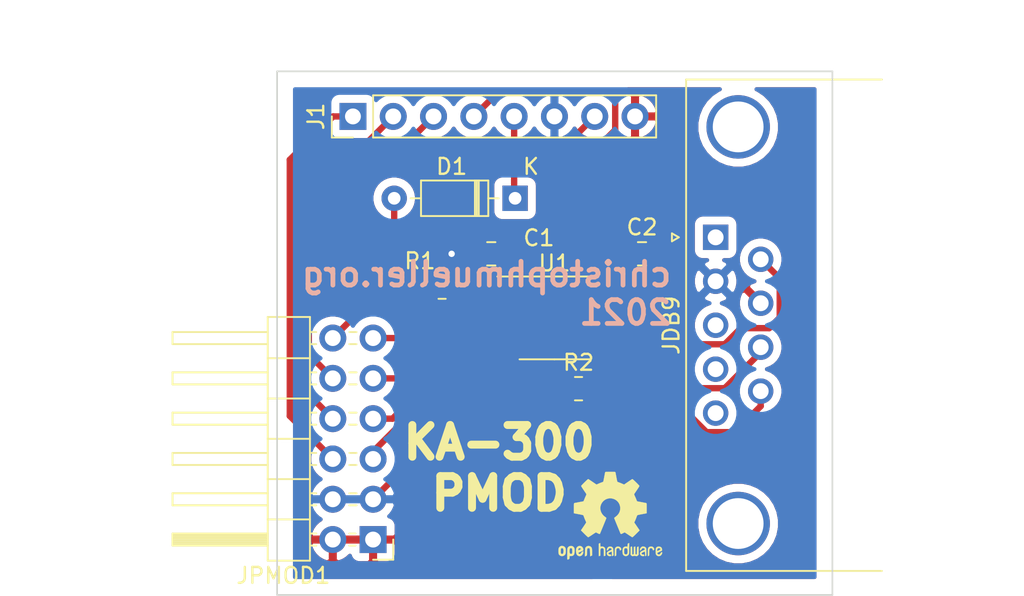
<source format=kicad_pcb>
(kicad_pcb (version 20171130) (host pcbnew 5.1.9)

  (general
    (thickness 1.6)
    (drawings 8)
    (tracks 90)
    (zones 0)
    (modules 10)
    (nets 24)
  )

  (page User 140.005 105.004)
  (title_block
    (title PMOD_SINO_KA300)
    (rev 0)
    (company christophmueller.org)
  )

  (layers
    (0 F.Cu signal)
    (31 B.Cu signal)
    (32 B.Adhes user)
    (33 F.Adhes user)
    (34 B.Paste user)
    (35 F.Paste user)
    (36 B.SilkS user)
    (37 F.SilkS user)
    (38 B.Mask user)
    (39 F.Mask user)
    (40 Dwgs.User user)
    (41 Cmts.User user)
    (42 Eco1.User user)
    (43 Eco2.User user)
    (44 Edge.Cuts user)
    (45 Margin user)
    (46 B.CrtYd user)
    (47 F.CrtYd user)
    (48 B.Fab user)
    (49 F.Fab user)
  )

  (setup
    (last_trace_width 0.4)
    (user_trace_width 0.2)
    (user_trace_width 0.25)
    (user_trace_width 0.4)
    (user_trace_width 0.5)
    (user_trace_width 0.75)
    (user_trace_width 1)
    (user_trace_width 2)
    (user_trace_width 4)
    (trace_clearance 0.2)
    (zone_clearance 0.508)
    (zone_45_only no)
    (trace_min 0.2)
    (via_size 0.8)
    (via_drill 0.4)
    (via_min_size 0.4)
    (via_min_drill 0.3)
    (user_via 0.6 0.35)
    (user_via 0.8 0.4)
    (user_via 2 1.5)
    (user_via 4 3)
    (uvia_size 0.3)
    (uvia_drill 0.1)
    (uvias_allowed no)
    (uvia_min_size 0.2)
    (uvia_min_drill 0.1)
    (edge_width 0.05)
    (segment_width 0.2)
    (pcb_text_width 0.3)
    (pcb_text_size 1.5 1.5)
    (mod_edge_width 0.12)
    (mod_text_size 1 1)
    (mod_text_width 0.15)
    (pad_size 1.524 1.524)
    (pad_drill 0.762)
    (pad_to_mask_clearance 0)
    (aux_axis_origin 0 0)
    (visible_elements FFFFFF7F)
    (pcbplotparams
      (layerselection 0x010f0_ffffffff)
      (usegerberextensions false)
      (usegerberattributes true)
      (usegerberadvancedattributes true)
      (creategerberjobfile true)
      (excludeedgelayer false)
      (linewidth 0.150000)
      (plotframeref false)
      (viasonmask false)
      (mode 1)
      (useauxorigin true)
      (hpglpennumber 1)
      (hpglpenspeed 20)
      (hpglpendiameter 15.000000)
      (psnegative false)
      (psa4output false)
      (plotreference true)
      (plotvalue true)
      (plotinvisibletext false)
      (padsonsilk false)
      (subtractmaskfromsilk false)
      (outputformat 1)
      (mirror false)
      (drillshape 0)
      (scaleselection 1)
      (outputdirectory "plots"))
  )

  (net 0 "")
  (net 1 "Net-(D1-Pad2)")
  (net 2 /PROBE_IN)
  (net 3 +5V)
  (net 4 +3V3)
  (net 5 GND)
  (net 6 /IO5V)
  (net 7 /IO2)
  (net 8 /IO1)
  (net 9 /IO0)
  (net 10 /Z)
  (net 11 /B)
  (net 12 /A)
  (net 13 "Net-(JDB9-Pad5)")
  (net 14 "Net-(JDB9-Pad4)")
  (net 15 "Net-(JDB9-Pad3)")
  (net 16 "Net-(JDB9-Pad1)")
  (net 17 /ZL)
  (net 18 /BL)
  (net 19 /AL)
  (net 20 "Net-(R2-Pad2)")
  (net 21 "Net-(U1-Pad9)")
  (net 22 "Net-(U1-Pad6)")
  (net 23 "Net-(JPMOD1-Pad5)")

  (net_class Default "This is the default net class."
    (clearance 0.2)
    (trace_width 0.25)
    (via_dia 0.8)
    (via_drill 0.4)
    (uvia_dia 0.3)
    (uvia_drill 0.1)
    (add_net +3V3)
    (add_net +5V)
    (add_net /A)
    (add_net /AL)
    (add_net /B)
    (add_net /BL)
    (add_net /IO0)
    (add_net /IO1)
    (add_net /IO2)
    (add_net /IO5V)
    (add_net /PROBE_IN)
    (add_net /Z)
    (add_net /ZL)
    (add_net GND)
    (add_net "Net-(D1-Pad2)")
    (add_net "Net-(JDB9-Pad1)")
    (add_net "Net-(JDB9-Pad3)")
    (add_net "Net-(JDB9-Pad4)")
    (add_net "Net-(JDB9-Pad5)")
    (add_net "Net-(JPMOD1-Pad5)")
    (add_net "Net-(R2-Pad2)")
    (add_net "Net-(U1-Pad6)")
    (add_net "Net-(U1-Pad9)")
  )

  (module Capacitor_SMD:C_0805_2012Metric (layer F.Cu) (tedit 5F68FEEE) (tstamp 601F8490)
    (at 97 30.5)
    (descr "Capacitor SMD 0805 (2012 Metric), square (rectangular) end terminal, IPC_7351 nominal, (Body size source: IPC-SM-782 page 76, https://www.pcb-3d.com/wordpress/wp-content/uploads/ipc-sm-782a_amendment_1_and_2.pdf, https://docs.google.com/spreadsheets/d/1BsfQQcO9C6DZCsRaXUlFlo91Tg2WpOkGARC1WS5S8t0/edit?usp=sharing), generated with kicad-footprint-generator")
    (tags capacitor)
    (path /60844111)
    (attr smd)
    (fp_text reference C2 (at 0 -1.68) (layer F.SilkS)
      (effects (font (size 1 1) (thickness 0.15)))
    )
    (fp_text value 100n (at 0 1.68) (layer F.Fab)
      (effects (font (size 1 1) (thickness 0.15)))
    )
    (fp_text user %R (at 0 0) (layer F.Fab)
      (effects (font (size 0.5 0.5) (thickness 0.08)))
    )
    (fp_line (start -1 0.625) (end -1 -0.625) (layer F.Fab) (width 0.1))
    (fp_line (start -1 -0.625) (end 1 -0.625) (layer F.Fab) (width 0.1))
    (fp_line (start 1 -0.625) (end 1 0.625) (layer F.Fab) (width 0.1))
    (fp_line (start 1 0.625) (end -1 0.625) (layer F.Fab) (width 0.1))
    (fp_line (start -0.261252 -0.735) (end 0.261252 -0.735) (layer F.SilkS) (width 0.12))
    (fp_line (start -0.261252 0.735) (end 0.261252 0.735) (layer F.SilkS) (width 0.12))
    (fp_line (start -1.7 0.98) (end -1.7 -0.98) (layer F.CrtYd) (width 0.05))
    (fp_line (start -1.7 -0.98) (end 1.7 -0.98) (layer F.CrtYd) (width 0.05))
    (fp_line (start 1.7 -0.98) (end 1.7 0.98) (layer F.CrtYd) (width 0.05))
    (fp_line (start 1.7 0.98) (end -1.7 0.98) (layer F.CrtYd) (width 0.05))
    (pad 2 smd roundrect (at 0.95 0) (size 1 1.45) (layers F.Cu F.Paste F.Mask) (roundrect_rratio 0.25)
      (net 5 GND))
    (pad 1 smd roundrect (at -0.95 0) (size 1 1.45) (layers F.Cu F.Paste F.Mask) (roundrect_rratio 0.25)
      (net 3 +5V))
    (model ${KISYS3DMOD}/Capacitor_SMD.3dshapes/C_0805_2012Metric.wrl
      (at (xyz 0 0 0))
      (scale (xyz 1 1 1))
      (rotate (xyz 0 0 0))
    )
  )

  (module Capacitor_SMD:C_0805_2012Metric (layer F.Cu) (tedit 5F68FEEE) (tstamp 601F847F)
    (at 87.5 30.5 180)
    (descr "Capacitor SMD 0805 (2012 Metric), square (rectangular) end terminal, IPC_7351 nominal, (Body size source: IPC-SM-782 page 76, https://www.pcb-3d.com/wordpress/wp-content/uploads/ipc-sm-782a_amendment_1_and_2.pdf, https://docs.google.com/spreadsheets/d/1BsfQQcO9C6DZCsRaXUlFlo91Tg2WpOkGARC1WS5S8t0/edit?usp=sharing), generated with kicad-footprint-generator")
    (tags capacitor)
    (path /6083C59C)
    (attr smd)
    (fp_text reference C1 (at -3 1) (layer F.SilkS)
      (effects (font (size 1 1) (thickness 0.15)))
    )
    (fp_text value 100n (at 0 1.68) (layer F.Fab)
      (effects (font (size 1 1) (thickness 0.15)))
    )
    (fp_text user %R (at 0 0) (layer F.Fab)
      (effects (font (size 0.5 0.5) (thickness 0.08)))
    )
    (fp_line (start -1 0.625) (end -1 -0.625) (layer F.Fab) (width 0.1))
    (fp_line (start -1 -0.625) (end 1 -0.625) (layer F.Fab) (width 0.1))
    (fp_line (start 1 -0.625) (end 1 0.625) (layer F.Fab) (width 0.1))
    (fp_line (start 1 0.625) (end -1 0.625) (layer F.Fab) (width 0.1))
    (fp_line (start -0.261252 -0.735) (end 0.261252 -0.735) (layer F.SilkS) (width 0.12))
    (fp_line (start -0.261252 0.735) (end 0.261252 0.735) (layer F.SilkS) (width 0.12))
    (fp_line (start -1.7 0.98) (end -1.7 -0.98) (layer F.CrtYd) (width 0.05))
    (fp_line (start -1.7 -0.98) (end 1.7 -0.98) (layer F.CrtYd) (width 0.05))
    (fp_line (start 1.7 -0.98) (end 1.7 0.98) (layer F.CrtYd) (width 0.05))
    (fp_line (start 1.7 0.98) (end -1.7 0.98) (layer F.CrtYd) (width 0.05))
    (pad 2 smd roundrect (at 0.95 0 180) (size 1 1.45) (layers F.Cu F.Paste F.Mask) (roundrect_rratio 0.25)
      (net 5 GND))
    (pad 1 smd roundrect (at -0.95 0 180) (size 1 1.45) (layers F.Cu F.Paste F.Mask) (roundrect_rratio 0.25)
      (net 4 +3V3))
    (model ${KISYS3DMOD}/Capacitor_SMD.3dshapes/C_0805_2012Metric.wrl
      (at (xyz 0 0 0))
      (scale (xyz 1 1 1))
      (rotate (xyz 0 0 0))
    )
  )

  (module Symbol:OSHW-Logo2_7.3x6mm_SilkScreen (layer F.Cu) (tedit 0) (tstamp 601F7859)
    (at 95 47)
    (descr "Open Source Hardware Symbol")
    (tags "Logo Symbol OSHW")
    (attr virtual)
    (fp_text reference REF** (at 0 0) (layer F.SilkS) hide
      (effects (font (size 1 1) (thickness 0.15)))
    )
    (fp_text value OSHW-Logo2_7.3x6mm_SilkScreen (at 0.75 0) (layer F.Fab) hide
      (effects (font (size 1 1) (thickness 0.15)))
    )
    (fp_poly (pts (xy -2.400256 1.919918) (xy -2.344799 1.947568) (xy -2.295852 1.99848) (xy -2.282371 2.017338)
      (xy -2.267686 2.042015) (xy -2.258158 2.068816) (xy -2.252707 2.104587) (xy -2.250253 2.156169)
      (xy -2.249714 2.224267) (xy -2.252148 2.317588) (xy -2.260606 2.387657) (xy -2.276826 2.439931)
      (xy -2.302546 2.479869) (xy -2.339503 2.512929) (xy -2.342218 2.514886) (xy -2.37864 2.534908)
      (xy -2.422498 2.544815) (xy -2.478276 2.547257) (xy -2.568952 2.547257) (xy -2.56899 2.635283)
      (xy -2.569834 2.684308) (xy -2.574976 2.713065) (xy -2.588413 2.730311) (xy -2.614142 2.744808)
      (xy -2.620321 2.747769) (xy -2.649236 2.761648) (xy -2.671624 2.770414) (xy -2.688271 2.771171)
      (xy -2.699964 2.761023) (xy -2.70749 2.737073) (xy -2.711634 2.696426) (xy -2.713185 2.636186)
      (xy -2.712929 2.553455) (xy -2.711651 2.445339) (xy -2.711252 2.413) (xy -2.709815 2.301524)
      (xy -2.708528 2.228603) (xy -2.569029 2.228603) (xy -2.568245 2.290499) (xy -2.56476 2.330997)
      (xy -2.556876 2.357708) (xy -2.542895 2.378244) (xy -2.533403 2.38826) (xy -2.494596 2.417567)
      (xy -2.460237 2.419952) (xy -2.424784 2.39575) (xy -2.423886 2.394857) (xy -2.409461 2.376153)
      (xy -2.400687 2.350732) (xy -2.396261 2.311584) (xy -2.394882 2.251697) (xy -2.394857 2.23843)
      (xy -2.398188 2.155901) (xy -2.409031 2.098691) (xy -2.42866 2.063766) (xy -2.45835 2.048094)
      (xy -2.475509 2.046514) (xy -2.516234 2.053926) (xy -2.544168 2.07833) (xy -2.560983 2.12298)
      (xy -2.56835 2.19113) (xy -2.569029 2.228603) (xy -2.708528 2.228603) (xy -2.708292 2.215245)
      (xy -2.706323 2.150333) (xy -2.70355 2.102958) (xy -2.699612 2.06929) (xy -2.694151 2.045498)
      (xy -2.686808 2.027753) (xy -2.677223 2.012224) (xy -2.673113 2.006381) (xy -2.618595 1.951185)
      (xy -2.549664 1.91989) (xy -2.469928 1.911165) (xy -2.400256 1.919918)) (layer F.SilkS) (width 0.01))
    (fp_poly (pts (xy -1.283907 1.92778) (xy -1.237328 1.954723) (xy -1.204943 1.981466) (xy -1.181258 2.009484)
      (xy -1.164941 2.043748) (xy -1.154661 2.089227) (xy -1.149086 2.150892) (xy -1.146884 2.233711)
      (xy -1.146629 2.293246) (xy -1.146629 2.512391) (xy -1.208314 2.540044) (xy -1.27 2.567697)
      (xy -1.277257 2.32767) (xy -1.280256 2.238028) (xy -1.283402 2.172962) (xy -1.287299 2.128026)
      (xy -1.292553 2.09877) (xy -1.299769 2.080748) (xy -1.30955 2.069511) (xy -1.312688 2.067079)
      (xy -1.360239 2.048083) (xy -1.408303 2.0556) (xy -1.436914 2.075543) (xy -1.448553 2.089675)
      (xy -1.456609 2.10822) (xy -1.461729 2.136334) (xy -1.464559 2.179173) (xy -1.465744 2.241895)
      (xy -1.465943 2.307261) (xy -1.465982 2.389268) (xy -1.467386 2.447316) (xy -1.472086 2.486465)
      (xy -1.482013 2.51178) (xy -1.499097 2.528323) (xy -1.525268 2.541156) (xy -1.560225 2.554491)
      (xy -1.598404 2.569007) (xy -1.593859 2.311389) (xy -1.592029 2.218519) (xy -1.589888 2.149889)
      (xy -1.586819 2.100711) (xy -1.582206 2.066198) (xy -1.575432 2.041562) (xy -1.565881 2.022016)
      (xy -1.554366 2.00477) (xy -1.49881 1.94968) (xy -1.43102 1.917822) (xy -1.357287 1.910191)
      (xy -1.283907 1.92778)) (layer F.SilkS) (width 0.01))
    (fp_poly (pts (xy -2.958885 1.921962) (xy -2.890855 1.957733) (xy -2.840649 2.015301) (xy -2.822815 2.052312)
      (xy -2.808937 2.107882) (xy -2.801833 2.178096) (xy -2.80116 2.254727) (xy -2.806573 2.329552)
      (xy -2.81773 2.394342) (xy -2.834286 2.440873) (xy -2.839374 2.448887) (xy -2.899645 2.508707)
      (xy -2.971231 2.544535) (xy -3.048908 2.55502) (xy -3.127452 2.53881) (xy -3.149311 2.529092)
      (xy -3.191878 2.499143) (xy -3.229237 2.459433) (xy -3.232768 2.454397) (xy -3.247119 2.430124)
      (xy -3.256606 2.404178) (xy -3.26221 2.370022) (xy -3.264914 2.321119) (xy -3.265701 2.250935)
      (xy -3.265714 2.2352) (xy -3.265678 2.230192) (xy -3.120571 2.230192) (xy -3.119727 2.29643)
      (xy -3.116404 2.340386) (xy -3.109417 2.368779) (xy -3.097584 2.388325) (xy -3.091543 2.394857)
      (xy -3.056814 2.41968) (xy -3.023097 2.418548) (xy -2.989005 2.397016) (xy -2.968671 2.374029)
      (xy -2.956629 2.340478) (xy -2.949866 2.287569) (xy -2.949402 2.281399) (xy -2.948248 2.185513)
      (xy -2.960312 2.114299) (xy -2.98543 2.068194) (xy -3.02344 2.047635) (xy -3.037008 2.046514)
      (xy -3.072636 2.052152) (xy -3.097006 2.071686) (xy -3.111907 2.109042) (xy -3.119125 2.16815)
      (xy -3.120571 2.230192) (xy -3.265678 2.230192) (xy -3.265174 2.160413) (xy -3.262904 2.108159)
      (xy -3.257932 2.071949) (xy -3.249287 2.045299) (xy -3.235995 2.021722) (xy -3.233057 2.017338)
      (xy -3.183687 1.958249) (xy -3.129891 1.923947) (xy -3.064398 1.910331) (xy -3.042158 1.909665)
      (xy -2.958885 1.921962)) (layer F.SilkS) (width 0.01))
    (fp_poly (pts (xy -1.831697 1.931239) (xy -1.774473 1.969735) (xy -1.730251 2.025335) (xy -1.703833 2.096086)
      (xy -1.69849 2.148162) (xy -1.699097 2.169893) (xy -1.704178 2.186531) (xy -1.718145 2.201437)
      (xy -1.745411 2.217973) (xy -1.790388 2.239498) (xy -1.857489 2.269374) (xy -1.857829 2.269524)
      (xy -1.919593 2.297813) (xy -1.970241 2.322933) (xy -2.004596 2.342179) (xy -2.017482 2.352848)
      (xy -2.017486 2.352934) (xy -2.006128 2.376166) (xy -1.979569 2.401774) (xy -1.949077 2.420221)
      (xy -1.93363 2.423886) (xy -1.891485 2.411212) (xy -1.855192 2.379471) (xy -1.837483 2.344572)
      (xy -1.820448 2.318845) (xy -1.787078 2.289546) (xy -1.747851 2.264235) (xy -1.713244 2.250471)
      (xy -1.706007 2.249714) (xy -1.697861 2.26216) (xy -1.69737 2.293972) (xy -1.703357 2.336866)
      (xy -1.714643 2.382558) (xy -1.73005 2.422761) (xy -1.730829 2.424322) (xy -1.777196 2.489062)
      (xy -1.837289 2.533097) (xy -1.905535 2.554711) (xy -1.976362 2.552185) (xy -2.044196 2.523804)
      (xy -2.047212 2.521808) (xy -2.100573 2.473448) (xy -2.13566 2.410352) (xy -2.155078 2.327387)
      (xy -2.157684 2.304078) (xy -2.162299 2.194055) (xy -2.156767 2.142748) (xy -2.017486 2.142748)
      (xy -2.015676 2.174753) (xy -2.005778 2.184093) (xy -1.981102 2.177105) (xy -1.942205 2.160587)
      (xy -1.898725 2.139881) (xy -1.897644 2.139333) (xy -1.860791 2.119949) (xy -1.846 2.107013)
      (xy -1.849647 2.093451) (xy -1.865005 2.075632) (xy -1.904077 2.049845) (xy -1.946154 2.04795)
      (xy -1.983897 2.066717) (xy -2.009966 2.102915) (xy -2.017486 2.142748) (xy -2.156767 2.142748)
      (xy -2.152806 2.106027) (xy -2.12845 2.036212) (xy -2.094544 1.987302) (xy -2.033347 1.937878)
      (xy -1.965937 1.913359) (xy -1.89712 1.911797) (xy -1.831697 1.931239)) (layer F.SilkS) (width 0.01))
    (fp_poly (pts (xy -0.624114 1.851289) (xy -0.619861 1.910613) (xy -0.614975 1.945572) (xy -0.608205 1.96082)
      (xy -0.598298 1.961015) (xy -0.595086 1.959195) (xy -0.552356 1.946015) (xy -0.496773 1.946785)
      (xy -0.440263 1.960333) (xy -0.404918 1.977861) (xy -0.368679 2.005861) (xy -0.342187 2.037549)
      (xy -0.324001 2.077813) (xy -0.312678 2.131543) (xy -0.306778 2.203626) (xy -0.304857 2.298951)
      (xy -0.304823 2.317237) (xy -0.3048 2.522646) (xy -0.350509 2.53858) (xy -0.382973 2.54942)
      (xy -0.400785 2.554468) (xy -0.401309 2.554514) (xy -0.403063 2.540828) (xy -0.404556 2.503076)
      (xy -0.405674 2.446224) (xy -0.406303 2.375234) (xy -0.4064 2.332073) (xy -0.406602 2.246973)
      (xy -0.407642 2.185981) (xy -0.410169 2.144177) (xy -0.414836 2.116642) (xy -0.422293 2.098456)
      (xy -0.433189 2.084698) (xy -0.439993 2.078073) (xy -0.486728 2.051375) (xy -0.537728 2.049375)
      (xy -0.583999 2.071955) (xy -0.592556 2.080107) (xy -0.605107 2.095436) (xy -0.613812 2.113618)
      (xy -0.619369 2.139909) (xy -0.622474 2.179562) (xy -0.623824 2.237832) (xy -0.624114 2.318173)
      (xy -0.624114 2.522646) (xy -0.669823 2.53858) (xy -0.702287 2.54942) (xy -0.720099 2.554468)
      (xy -0.720623 2.554514) (xy -0.721963 2.540623) (xy -0.723172 2.501439) (xy -0.724199 2.4407)
      (xy -0.724998 2.362141) (xy -0.725519 2.269498) (xy -0.725714 2.166509) (xy -0.725714 1.769342)
      (xy -0.678543 1.749444) (xy -0.631371 1.729547) (xy -0.624114 1.851289)) (layer F.SilkS) (width 0.01))
    (fp_poly (pts (xy 0.039744 1.950968) (xy 0.096616 1.972087) (xy 0.097267 1.972493) (xy 0.13244 1.99838)
      (xy 0.158407 2.028633) (xy 0.17667 2.068058) (xy 0.188732 2.121462) (xy 0.196096 2.193651)
      (xy 0.200264 2.289432) (xy 0.200629 2.303078) (xy 0.205876 2.508842) (xy 0.161716 2.531678)
      (xy 0.129763 2.54711) (xy 0.11047 2.554423) (xy 0.109578 2.554514) (xy 0.106239 2.541022)
      (xy 0.103587 2.504626) (xy 0.101956 2.451452) (xy 0.1016 2.408393) (xy 0.101592 2.338641)
      (xy 0.098403 2.294837) (xy 0.087288 2.273944) (xy 0.063501 2.272925) (xy 0.022296 2.288741)
      (xy -0.039914 2.317815) (xy -0.085659 2.341963) (xy -0.109187 2.362913) (xy -0.116104 2.385747)
      (xy -0.116114 2.386877) (xy -0.104701 2.426212) (xy -0.070908 2.447462) (xy -0.019191 2.450539)
      (xy 0.018061 2.450006) (xy 0.037703 2.460735) (xy 0.049952 2.486505) (xy 0.057002 2.519337)
      (xy 0.046842 2.537966) (xy 0.043017 2.540632) (xy 0.007001 2.55134) (xy -0.043434 2.552856)
      (xy -0.095374 2.545759) (xy -0.132178 2.532788) (xy -0.183062 2.489585) (xy -0.211986 2.429446)
      (xy -0.217714 2.382462) (xy -0.213343 2.340082) (xy -0.197525 2.305488) (xy -0.166203 2.274763)
      (xy -0.115322 2.24399) (xy -0.040824 2.209252) (xy -0.036286 2.207288) (xy 0.030821 2.176287)
      (xy 0.072232 2.150862) (xy 0.089981 2.128014) (xy 0.086107 2.104745) (xy 0.062643 2.078056)
      (xy 0.055627 2.071914) (xy 0.00863 2.0481) (xy -0.040067 2.049103) (xy -0.082478 2.072451)
      (xy -0.110616 2.115675) (xy -0.113231 2.12416) (xy -0.138692 2.165308) (xy -0.170999 2.185128)
      (xy -0.217714 2.20477) (xy -0.217714 2.15395) (xy -0.203504 2.080082) (xy -0.161325 2.012327)
      (xy -0.139376 1.989661) (xy -0.089483 1.960569) (xy -0.026033 1.9474) (xy 0.039744 1.950968)) (layer F.SilkS) (width 0.01))
    (fp_poly (pts (xy 0.529926 1.949755) (xy 0.595858 1.974084) (xy 0.649273 2.017117) (xy 0.670164 2.047409)
      (xy 0.692939 2.102994) (xy 0.692466 2.143186) (xy 0.668562 2.170217) (xy 0.659717 2.174813)
      (xy 0.62153 2.189144) (xy 0.602028 2.185472) (xy 0.595422 2.161407) (xy 0.595086 2.148114)
      (xy 0.582992 2.09921) (xy 0.551471 2.064999) (xy 0.507659 2.048476) (xy 0.458695 2.052634)
      (xy 0.418894 2.074227) (xy 0.40545 2.086544) (xy 0.395921 2.101487) (xy 0.389485 2.124075)
      (xy 0.385317 2.159328) (xy 0.382597 2.212266) (xy 0.380502 2.287907) (xy 0.37996 2.311857)
      (xy 0.377981 2.39379) (xy 0.375731 2.451455) (xy 0.372357 2.489608) (xy 0.367006 2.513004)
      (xy 0.358824 2.526398) (xy 0.346959 2.534545) (xy 0.339362 2.538144) (xy 0.307102 2.550452)
      (xy 0.288111 2.554514) (xy 0.281836 2.540948) (xy 0.278006 2.499934) (xy 0.2766 2.430999)
      (xy 0.277598 2.333669) (xy 0.277908 2.318657) (xy 0.280101 2.229859) (xy 0.282693 2.165019)
      (xy 0.286382 2.119067) (xy 0.291864 2.086935) (xy 0.299835 2.063553) (xy 0.310993 2.043852)
      (xy 0.31683 2.03541) (xy 0.350296 1.998057) (xy 0.387727 1.969003) (xy 0.392309 1.966467)
      (xy 0.459426 1.946443) (xy 0.529926 1.949755)) (layer F.SilkS) (width 0.01))
    (fp_poly (pts (xy 1.190117 2.065358) (xy 1.189933 2.173837) (xy 1.189219 2.257287) (xy 1.187675 2.319704)
      (xy 1.185001 2.365085) (xy 1.180894 2.397429) (xy 1.175055 2.420733) (xy 1.167182 2.438995)
      (xy 1.161221 2.449418) (xy 1.111855 2.505945) (xy 1.049264 2.541377) (xy 0.980013 2.55409)
      (xy 0.910668 2.542463) (xy 0.869375 2.521568) (xy 0.826025 2.485422) (xy 0.796481 2.441276)
      (xy 0.778655 2.383462) (xy 0.770463 2.306313) (xy 0.769302 2.249714) (xy 0.769458 2.245647)
      (xy 0.870857 2.245647) (xy 0.871476 2.31055) (xy 0.874314 2.353514) (xy 0.88084 2.381622)
      (xy 0.892523 2.401953) (xy 0.906483 2.417288) (xy 0.953365 2.44689) (xy 1.003701 2.449419)
      (xy 1.051276 2.424705) (xy 1.054979 2.421356) (xy 1.070783 2.403935) (xy 1.080693 2.383209)
      (xy 1.086058 2.352362) (xy 1.088228 2.304577) (xy 1.088571 2.251748) (xy 1.087827 2.185381)
      (xy 1.084748 2.141106) (xy 1.078061 2.112009) (xy 1.066496 2.091173) (xy 1.057013 2.080107)
      (xy 1.01296 2.052198) (xy 0.962224 2.048843) (xy 0.913796 2.070159) (xy 0.90445 2.078073)
      (xy 0.88854 2.095647) (xy 0.87861 2.116587) (xy 0.873278 2.147782) (xy 0.871163 2.196122)
      (xy 0.870857 2.245647) (xy 0.769458 2.245647) (xy 0.77281 2.158568) (xy 0.784726 2.090086)
      (xy 0.807135 2.0386) (xy 0.842124 1.998443) (xy 0.869375 1.977861) (xy 0.918907 1.955625)
      (xy 0.976316 1.945304) (xy 1.029682 1.948067) (xy 1.059543 1.959212) (xy 1.071261 1.962383)
      (xy 1.079037 1.950557) (xy 1.084465 1.918866) (xy 1.088571 1.870593) (xy 1.093067 1.816829)
      (xy 1.099313 1.784482) (xy 1.110676 1.765985) (xy 1.130528 1.75377) (xy 1.143 1.748362)
      (xy 1.190171 1.728601) (xy 1.190117 2.065358)) (layer F.SilkS) (width 0.01))
    (fp_poly (pts (xy 1.779833 1.958663) (xy 1.782048 1.99685) (xy 1.783784 2.054886) (xy 1.784899 2.12818)
      (xy 1.785257 2.205055) (xy 1.785257 2.465196) (xy 1.739326 2.511127) (xy 1.707675 2.539429)
      (xy 1.67989 2.550893) (xy 1.641915 2.550168) (xy 1.62684 2.548321) (xy 1.579726 2.542948)
      (xy 1.540756 2.539869) (xy 1.531257 2.539585) (xy 1.499233 2.541445) (xy 1.453432 2.546114)
      (xy 1.435674 2.548321) (xy 1.392057 2.551735) (xy 1.362745 2.54432) (xy 1.33368 2.521427)
      (xy 1.323188 2.511127) (xy 1.277257 2.465196) (xy 1.277257 1.978602) (xy 1.314226 1.961758)
      (xy 1.346059 1.949282) (xy 1.364683 1.944914) (xy 1.369458 1.958718) (xy 1.373921 1.997286)
      (xy 1.377775 2.056356) (xy 1.380722 2.131663) (xy 1.382143 2.195286) (xy 1.386114 2.445657)
      (xy 1.420759 2.450556) (xy 1.452268 2.447131) (xy 1.467708 2.436041) (xy 1.472023 2.415308)
      (xy 1.475708 2.371145) (xy 1.478469 2.309146) (xy 1.480012 2.234909) (xy 1.480235 2.196706)
      (xy 1.480457 1.976783) (xy 1.526166 1.960849) (xy 1.558518 1.950015) (xy 1.576115 1.944962)
      (xy 1.576623 1.944914) (xy 1.578388 1.958648) (xy 1.580329 1.99673) (xy 1.582282 2.054482)
      (xy 1.584084 2.127227) (xy 1.585343 2.195286) (xy 1.589314 2.445657) (xy 1.6764 2.445657)
      (xy 1.680396 2.21724) (xy 1.684392 1.988822) (xy 1.726847 1.966868) (xy 1.758192 1.951793)
      (xy 1.776744 1.944951) (xy 1.777279 1.944914) (xy 1.779833 1.958663)) (layer F.SilkS) (width 0.01))
    (fp_poly (pts (xy 2.144876 1.956335) (xy 2.186667 1.975344) (xy 2.219469 1.998378) (xy 2.243503 2.024133)
      (xy 2.260097 2.057358) (xy 2.270577 2.1028) (xy 2.276271 2.165207) (xy 2.278507 2.249327)
      (xy 2.278743 2.304721) (xy 2.278743 2.520826) (xy 2.241774 2.53767) (xy 2.212656 2.549981)
      (xy 2.198231 2.554514) (xy 2.195472 2.541025) (xy 2.193282 2.504653) (xy 2.191942 2.451542)
      (xy 2.191657 2.409372) (xy 2.190434 2.348447) (xy 2.187136 2.300115) (xy 2.182321 2.270518)
      (xy 2.178496 2.264229) (xy 2.152783 2.270652) (xy 2.112418 2.287125) (xy 2.065679 2.309458)
      (xy 2.020845 2.333457) (xy 1.986193 2.35493) (xy 1.970002 2.369685) (xy 1.969938 2.369845)
      (xy 1.97133 2.397152) (xy 1.983818 2.423219) (xy 2.005743 2.444392) (xy 2.037743 2.451474)
      (xy 2.065092 2.450649) (xy 2.103826 2.450042) (xy 2.124158 2.459116) (xy 2.136369 2.483092)
      (xy 2.137909 2.487613) (xy 2.143203 2.521806) (xy 2.129047 2.542568) (xy 2.092148 2.552462)
      (xy 2.052289 2.554292) (xy 1.980562 2.540727) (xy 1.943432 2.521355) (xy 1.897576 2.475845)
      (xy 1.873256 2.419983) (xy 1.871073 2.360957) (xy 1.891629 2.305953) (xy 1.922549 2.271486)
      (xy 1.95342 2.252189) (xy 2.001942 2.227759) (xy 2.058485 2.202985) (xy 2.06791 2.199199)
      (xy 2.130019 2.171791) (xy 2.165822 2.147634) (xy 2.177337 2.123619) (xy 2.16658 2.096635)
      (xy 2.148114 2.075543) (xy 2.104469 2.049572) (xy 2.056446 2.047624) (xy 2.012406 2.067637)
      (xy 1.980709 2.107551) (xy 1.976549 2.117848) (xy 1.952327 2.155724) (xy 1.916965 2.183842)
      (xy 1.872343 2.206917) (xy 1.872343 2.141485) (xy 1.874969 2.101506) (xy 1.88623 2.069997)
      (xy 1.911199 2.036378) (xy 1.935169 2.010484) (xy 1.972441 1.973817) (xy 2.001401 1.954121)
      (xy 2.032505 1.94622) (xy 2.067713 1.944914) (xy 2.144876 1.956335)) (layer F.SilkS) (width 0.01))
    (fp_poly (pts (xy 2.6526 1.958752) (xy 2.669948 1.966334) (xy 2.711356 1.999128) (xy 2.746765 2.046547)
      (xy 2.768664 2.097151) (xy 2.772229 2.122098) (xy 2.760279 2.156927) (xy 2.734067 2.175357)
      (xy 2.705964 2.186516) (xy 2.693095 2.188572) (xy 2.686829 2.173649) (xy 2.674456 2.141175)
      (xy 2.669028 2.126502) (xy 2.63859 2.075744) (xy 2.59452 2.050427) (xy 2.53801 2.051206)
      (xy 2.533825 2.052203) (xy 2.503655 2.066507) (xy 2.481476 2.094393) (xy 2.466327 2.139287)
      (xy 2.45725 2.204615) (xy 2.453286 2.293804) (xy 2.452914 2.341261) (xy 2.45273 2.416071)
      (xy 2.451522 2.467069) (xy 2.448309 2.499471) (xy 2.442109 2.518495) (xy 2.43194 2.529356)
      (xy 2.416819 2.537272) (xy 2.415946 2.53767) (xy 2.386828 2.549981) (xy 2.372403 2.554514)
      (xy 2.370186 2.540809) (xy 2.368289 2.502925) (xy 2.366847 2.445715) (xy 2.365998 2.374027)
      (xy 2.365829 2.321565) (xy 2.366692 2.220047) (xy 2.37007 2.143032) (xy 2.377142 2.086023)
      (xy 2.389088 2.044526) (xy 2.40709 2.014043) (xy 2.432327 1.99008) (xy 2.457247 1.973355)
      (xy 2.517171 1.951097) (xy 2.586911 1.946076) (xy 2.6526 1.958752)) (layer F.SilkS) (width 0.01))
    (fp_poly (pts (xy 3.153595 1.966966) (xy 3.211021 2.004497) (xy 3.238719 2.038096) (xy 3.260662 2.099064)
      (xy 3.262405 2.147308) (xy 3.258457 2.211816) (xy 3.109686 2.276934) (xy 3.037349 2.310202)
      (xy 2.990084 2.336964) (xy 2.965507 2.360144) (xy 2.961237 2.382667) (xy 2.974889 2.407455)
      (xy 2.989943 2.423886) (xy 3.033746 2.450235) (xy 3.081389 2.452081) (xy 3.125145 2.431546)
      (xy 3.157289 2.390752) (xy 3.163038 2.376347) (xy 3.190576 2.331356) (xy 3.222258 2.312182)
      (xy 3.265714 2.295779) (xy 3.265714 2.357966) (xy 3.261872 2.400283) (xy 3.246823 2.435969)
      (xy 3.21528 2.476943) (xy 3.210592 2.482267) (xy 3.175506 2.51872) (xy 3.145347 2.538283)
      (xy 3.107615 2.547283) (xy 3.076335 2.55023) (xy 3.020385 2.550965) (xy 2.980555 2.54166)
      (xy 2.955708 2.527846) (xy 2.916656 2.497467) (xy 2.889625 2.464613) (xy 2.872517 2.423294)
      (xy 2.863238 2.367521) (xy 2.859693 2.291305) (xy 2.85941 2.252622) (xy 2.860372 2.206247)
      (xy 2.948007 2.206247) (xy 2.949023 2.231126) (xy 2.951556 2.2352) (xy 2.968274 2.229665)
      (xy 3.004249 2.215017) (xy 3.052331 2.19419) (xy 3.062386 2.189714) (xy 3.123152 2.158814)
      (xy 3.156632 2.131657) (xy 3.16399 2.10622) (xy 3.146391 2.080481) (xy 3.131856 2.069109)
      (xy 3.07941 2.046364) (xy 3.030322 2.050122) (xy 2.989227 2.077884) (xy 2.960758 2.127152)
      (xy 2.951631 2.166257) (xy 2.948007 2.206247) (xy 2.860372 2.206247) (xy 2.861285 2.162249)
      (xy 2.868196 2.095384) (xy 2.881884 2.046695) (xy 2.904096 2.010849) (xy 2.936574 1.982513)
      (xy 2.950733 1.973355) (xy 3.015053 1.949507) (xy 3.085473 1.948006) (xy 3.153595 1.966966)) (layer F.SilkS) (width 0.01))
    (fp_poly (pts (xy 0.10391 -2.757652) (xy 0.182454 -2.757222) (xy 0.239298 -2.756058) (xy 0.278105 -2.753793)
      (xy 0.302538 -2.75006) (xy 0.316262 -2.744494) (xy 0.32294 -2.736727) (xy 0.326236 -2.726395)
      (xy 0.326556 -2.725057) (xy 0.331562 -2.700921) (xy 0.340829 -2.653299) (xy 0.353392 -2.587259)
      (xy 0.368287 -2.507872) (xy 0.384551 -2.420204) (xy 0.385119 -2.417125) (xy 0.40141 -2.331211)
      (xy 0.416652 -2.255304) (xy 0.429861 -2.193955) (xy 0.440054 -2.151718) (xy 0.446248 -2.133145)
      (xy 0.446543 -2.132816) (xy 0.464788 -2.123747) (xy 0.502405 -2.108633) (xy 0.551271 -2.090738)
      (xy 0.551543 -2.090642) (xy 0.613093 -2.067507) (xy 0.685657 -2.038035) (xy 0.754057 -2.008403)
      (xy 0.757294 -2.006938) (xy 0.868702 -1.956374) (xy 1.115399 -2.12484) (xy 1.191077 -2.176197)
      (xy 1.259631 -2.222111) (xy 1.317088 -2.25997) (xy 1.359476 -2.287163) (xy 1.382825 -2.301079)
      (xy 1.385042 -2.302111) (xy 1.40201 -2.297516) (xy 1.433701 -2.275345) (xy 1.481352 -2.234553)
      (xy 1.546198 -2.174095) (xy 1.612397 -2.109773) (xy 1.676214 -2.046388) (xy 1.733329 -1.988549)
      (xy 1.780305 -1.939825) (xy 1.813703 -1.90379) (xy 1.830085 -1.884016) (xy 1.830694 -1.882998)
      (xy 1.832505 -1.869428) (xy 1.825683 -1.847267) (xy 1.80854 -1.813522) (xy 1.779393 -1.7652)
      (xy 1.736555 -1.699308) (xy 1.679448 -1.614483) (xy 1.628766 -1.539823) (xy 1.583461 -1.47286)
      (xy 1.54615 -1.417484) (xy 1.519452 -1.37758) (xy 1.505985 -1.357038) (xy 1.505137 -1.355644)
      (xy 1.506781 -1.335962) (xy 1.519245 -1.297707) (xy 1.540048 -1.248111) (xy 1.547462 -1.232272)
      (xy 1.579814 -1.16171) (xy 1.614328 -1.081647) (xy 1.642365 -1.012371) (xy 1.662568 -0.960955)
      (xy 1.678615 -0.921881) (xy 1.687888 -0.901459) (xy 1.689041 -0.899886) (xy 1.706096 -0.897279)
      (xy 1.746298 -0.890137) (xy 1.804302 -0.879477) (xy 1.874763 -0.866315) (xy 1.952335 -0.851667)
      (xy 2.031672 -0.836551) (xy 2.107431 -0.821982) (xy 2.174264 -0.808978) (xy 2.226828 -0.798555)
      (xy 2.259776 -0.79173) (xy 2.267857 -0.789801) (xy 2.276205 -0.785038) (xy 2.282506 -0.774282)
      (xy 2.287045 -0.753902) (xy 2.290104 -0.720266) (xy 2.291967 -0.669745) (xy 2.292918 -0.598708)
      (xy 2.29324 -0.503524) (xy 2.293257 -0.464508) (xy 2.293257 -0.147201) (xy 2.217057 -0.132161)
      (xy 2.174663 -0.124005) (xy 2.1114 -0.112101) (xy 2.034962 -0.097884) (xy 1.953043 -0.08279)
      (xy 1.9304 -0.078645) (xy 1.854806 -0.063947) (xy 1.788953 -0.049495) (xy 1.738366 -0.036625)
      (xy 1.708574 -0.026678) (xy 1.703612 -0.023713) (xy 1.691426 -0.002717) (xy 1.673953 0.037967)
      (xy 1.654577 0.090322) (xy 1.650734 0.1016) (xy 1.625339 0.171523) (xy 1.593817 0.250418)
      (xy 1.562969 0.321266) (xy 1.562817 0.321595) (xy 1.511447 0.432733) (xy 1.680399 0.681253)
      (xy 1.849352 0.929772) (xy 1.632429 1.147058) (xy 1.566819 1.211726) (xy 1.506979 1.268733)
      (xy 1.456267 1.315033) (xy 1.418046 1.347584) (xy 1.395675 1.363343) (xy 1.392466 1.364343)
      (xy 1.373626 1.356469) (xy 1.33518 1.334578) (xy 1.28133 1.301267) (xy 1.216276 1.259131)
      (xy 1.14594 1.211943) (xy 1.074555 1.16381) (xy 1.010908 1.121928) (xy 0.959041 1.088871)
      (xy 0.922995 1.067218) (xy 0.906867 1.059543) (xy 0.887189 1.066037) (xy 0.849875 1.08315)
      (xy 0.802621 1.107326) (xy 0.797612 1.110013) (xy 0.733977 1.141927) (xy 0.690341 1.157579)
      (xy 0.663202 1.157745) (xy 0.649057 1.143204) (xy 0.648975 1.143) (xy 0.641905 1.125779)
      (xy 0.625042 1.084899) (xy 0.599695 1.023525) (xy 0.567171 0.944819) (xy 0.528778 0.851947)
      (xy 0.485822 0.748072) (xy 0.444222 0.647502) (xy 0.398504 0.536516) (xy 0.356526 0.433703)
      (xy 0.319548 0.342215) (xy 0.288827 0.265201) (xy 0.265622 0.205815) (xy 0.25119 0.167209)
      (xy 0.246743 0.1528) (xy 0.257896 0.136272) (xy 0.287069 0.10993) (xy 0.325971 0.080887)
      (xy 0.436757 -0.010961) (xy 0.523351 -0.116241) (xy 0.584716 -0.232734) (xy 0.619815 -0.358224)
      (xy 0.627608 -0.490493) (xy 0.621943 -0.551543) (xy 0.591078 -0.678205) (xy 0.53792 -0.790059)
      (xy 0.465767 -0.885999) (xy 0.377917 -0.964924) (xy 0.277665 -1.02573) (xy 0.16831 -1.067313)
      (xy 0.053147 -1.088572) (xy -0.064525 -1.088401) (xy -0.18141 -1.065699) (xy -0.294211 -1.019362)
      (xy -0.399631 -0.948287) (xy -0.443632 -0.908089) (xy -0.528021 -0.804871) (xy -0.586778 -0.692075)
      (xy -0.620296 -0.57299) (xy -0.628965 -0.450905) (xy -0.613177 -0.329107) (xy -0.573322 -0.210884)
      (xy -0.509793 -0.099525) (xy -0.422979 0.001684) (xy -0.325971 0.080887) (xy -0.285563 0.111162)
      (xy -0.257018 0.137219) (xy -0.246743 0.152825) (xy -0.252123 0.169843) (xy -0.267425 0.2105)
      (xy -0.291388 0.271642) (xy -0.322756 0.350119) (xy -0.360268 0.44278) (xy -0.402667 0.546472)
      (xy -0.444337 0.647526) (xy -0.49031 0.758607) (xy -0.532893 0.861541) (xy -0.570779 0.953165)
      (xy -0.60266 1.030316) (xy -0.627229 1.089831) (xy -0.64318 1.128544) (xy -0.64909 1.143)
      (xy -0.663052 1.157685) (xy -0.69006 1.157642) (xy -0.733587 1.142099) (xy -0.79711 1.110284)
      (xy -0.797612 1.110013) (xy -0.84544 1.085323) (xy -0.884103 1.067338) (xy -0.905905 1.059614)
      (xy -0.906867 1.059543) (xy -0.923279 1.067378) (xy -0.959513 1.089165) (xy -1.011526 1.122328)
      (xy -1.075275 1.164291) (xy -1.14594 1.211943) (xy -1.217884 1.260191) (xy -1.282726 1.302151)
      (xy -1.336265 1.335227) (xy -1.374303 1.356821) (xy -1.392467 1.364343) (xy -1.409192 1.354457)
      (xy -1.44282 1.326826) (xy -1.48999 1.284495) (xy -1.547342 1.230505) (xy -1.611516 1.167899)
      (xy -1.632503 1.146983) (xy -1.849501 0.929623) (xy -1.684332 0.68722) (xy -1.634136 0.612781)
      (xy -1.590081 0.545972) (xy -1.554638 0.490665) (xy -1.530281 0.450729) (xy -1.519478 0.430036)
      (xy -1.519162 0.428563) (xy -1.524857 0.409058) (xy -1.540174 0.369822) (xy -1.562463 0.31743)
      (xy -1.578107 0.282355) (xy -1.607359 0.215201) (xy -1.634906 0.147358) (xy -1.656263 0.090034)
      (xy -1.662065 0.072572) (xy -1.678548 0.025938) (xy -1.69466 -0.010095) (xy -1.70351 -0.023713)
      (xy -1.72304 -0.032048) (xy -1.765666 -0.043863) (xy -1.825855 -0.057819) (xy -1.898078 -0.072578)
      (xy -1.9304 -0.078645) (xy -2.012478 -0.093727) (xy -2.091205 -0.108331) (xy -2.158891 -0.12102)
      (xy -2.20784 -0.130358) (xy -2.217057 -0.132161) (xy -2.293257 -0.147201) (xy -2.293257 -0.464508)
      (xy -2.293086 -0.568846) (xy -2.292384 -0.647787) (xy -2.290866 -0.704962) (xy -2.288251 -0.744001)
      (xy -2.284254 -0.768535) (xy -2.278591 -0.782195) (xy -2.27098 -0.788611) (xy -2.267857 -0.789801)
      (xy -2.249022 -0.79402) (xy -2.207412 -0.802438) (xy -2.14837 -0.814039) (xy -2.077243 -0.827805)
      (xy -1.999375 -0.84272) (xy -1.920113 -0.857768) (xy -1.844802 -0.871931) (xy -1.778787 -0.884194)
      (xy -1.727413 -0.893539) (xy -1.696025 -0.89895) (xy -1.689041 -0.899886) (xy -1.682715 -0.912404)
      (xy -1.66871 -0.945754) (xy -1.649645 -0.993623) (xy -1.642366 -1.012371) (xy -1.613004 -1.084805)
      (xy -1.578429 -1.16483) (xy -1.547463 -1.232272) (xy -1.524677 -1.283841) (xy -1.509518 -1.326215)
      (xy -1.504458 -1.352166) (xy -1.505264 -1.355644) (xy -1.515959 -1.372064) (xy -1.54038 -1.408583)
      (xy -1.575905 -1.461313) (xy -1.619913 -1.526365) (xy -1.669783 -1.599849) (xy -1.679644 -1.614355)
      (xy -1.737508 -1.700296) (xy -1.780044 -1.765739) (xy -1.808946 -1.813696) (xy -1.82591 -1.84718)
      (xy -1.832633 -1.869205) (xy -1.83081 -1.882783) (xy -1.830764 -1.882869) (xy -1.816414 -1.900703)
      (xy -1.784677 -1.935183) (xy -1.73899 -1.982732) (xy -1.682796 -2.039778) (xy -1.619532 -2.102745)
      (xy -1.612398 -2.109773) (xy -1.53267 -2.18698) (xy -1.471143 -2.24367) (xy -1.426579 -2.28089)
      (xy -1.397743 -2.299685) (xy -1.385042 -2.302111) (xy -1.366506 -2.291529) (xy -1.328039 -2.267084)
      (xy -1.273614 -2.231388) (xy -1.207202 -2.187053) (xy -1.132775 -2.136689) (xy -1.115399 -2.12484)
      (xy -0.868703 -1.956374) (xy -0.757294 -2.006938) (xy -0.689543 -2.036405) (xy -0.616817 -2.066041)
      (xy -0.554297 -2.08967) (xy -0.551543 -2.090642) (xy -0.50264 -2.108543) (xy -0.464943 -2.12368)
      (xy -0.446575 -2.13279) (xy -0.446544 -2.132816) (xy -0.440715 -2.149283) (xy -0.430808 -2.189781)
      (xy -0.417805 -2.249758) (xy -0.402691 -2.32466) (xy -0.386448 -2.409936) (xy -0.385119 -2.417125)
      (xy -0.368825 -2.504986) (xy -0.353867 -2.58474) (xy -0.341209 -2.651319) (xy -0.331814 -2.699653)
      (xy -0.326646 -2.724675) (xy -0.326556 -2.725057) (xy -0.323411 -2.735701) (xy -0.317296 -2.743738)
      (xy -0.304547 -2.749533) (xy -0.2815 -2.753453) (xy -0.244491 -2.755865) (xy -0.189856 -2.757135)
      (xy -0.113933 -2.757629) (xy -0.013056 -2.757714) (xy 0 -2.757714) (xy 0.10391 -2.757652)) (layer F.SilkS) (width 0.01))
  )

  (module Package_SO:TSSOP-14_4.4x5mm_P0.65mm (layer F.Cu) (tedit 5E476F32) (tstamp 601F5100)
    (at 91.48 34.54)
    (descr "TSSOP, 14 Pin (JEDEC MO-153 Var AB-1 https://www.jedec.org/document_search?search_api_views_fulltext=MO-153), generated with kicad-footprint-generator ipc_gullwing_generator.py")
    (tags "TSSOP SO")
    (path /6070DA01)
    (attr smd)
    (fp_text reference U1 (at 0 -3.45) (layer F.SilkS)
      (effects (font (size 1 1) (thickness 0.15)))
    )
    (fp_text value TXB0104PW (at 0 3.45) (layer F.Fab)
      (effects (font (size 1 1) (thickness 0.15)))
    )
    (fp_text user %R (at 0 1.27) (layer F.Fab)
      (effects (font (size 1 1) (thickness 0.15)))
    )
    (fp_line (start 0 2.61) (end 2.2 2.61) (layer F.SilkS) (width 0.12))
    (fp_line (start 0 2.61) (end -2.2 2.61) (layer F.SilkS) (width 0.12))
    (fp_line (start 0 -2.61) (end 2.2 -2.61) (layer F.SilkS) (width 0.12))
    (fp_line (start 0 -2.61) (end -3.6 -2.61) (layer F.SilkS) (width 0.12))
    (fp_line (start -1.2 -2.5) (end 2.2 -2.5) (layer F.Fab) (width 0.1))
    (fp_line (start 2.2 -2.5) (end 2.2 2.5) (layer F.Fab) (width 0.1))
    (fp_line (start 2.2 2.5) (end -2.2 2.5) (layer F.Fab) (width 0.1))
    (fp_line (start -2.2 2.5) (end -2.2 -1.5) (layer F.Fab) (width 0.1))
    (fp_line (start -2.2 -1.5) (end -1.2 -2.5) (layer F.Fab) (width 0.1))
    (fp_line (start -3.85 -2.75) (end -3.85 2.75) (layer F.CrtYd) (width 0.05))
    (fp_line (start -3.85 2.75) (end 3.85 2.75) (layer F.CrtYd) (width 0.05))
    (fp_line (start 3.85 2.75) (end 3.85 -2.75) (layer F.CrtYd) (width 0.05))
    (fp_line (start 3.85 -2.75) (end -3.85 -2.75) (layer F.CrtYd) (width 0.05))
    (pad 14 smd roundrect (at 2.8625 -1.95) (size 1.475 0.4) (layers F.Cu F.Paste F.Mask) (roundrect_rratio 0.25)
      (net 3 +5V))
    (pad 13 smd roundrect (at 2.8625 -1.3) (size 1.475 0.4) (layers F.Cu F.Paste F.Mask) (roundrect_rratio 0.25)
      (net 12 /A))
    (pad 12 smd roundrect (at 2.8625 -0.65) (size 1.475 0.4) (layers F.Cu F.Paste F.Mask) (roundrect_rratio 0.25)
      (net 11 /B))
    (pad 11 smd roundrect (at 2.8625 0) (size 1.475 0.4) (layers F.Cu F.Paste F.Mask) (roundrect_rratio 0.25)
      (net 10 /Z))
    (pad 10 smd roundrect (at 2.8625 0.65) (size 1.475 0.4) (layers F.Cu F.Paste F.Mask) (roundrect_rratio 0.25)
      (net 6 /IO5V))
    (pad 9 smd roundrect (at 2.8625 1.3) (size 1.475 0.4) (layers F.Cu F.Paste F.Mask) (roundrect_rratio 0.25)
      (net 21 "Net-(U1-Pad9)"))
    (pad 8 smd roundrect (at 2.8625 1.95) (size 1.475 0.4) (layers F.Cu F.Paste F.Mask) (roundrect_rratio 0.25)
      (net 20 "Net-(R2-Pad2)"))
    (pad 7 smd roundrect (at -2.8625 1.95) (size 1.475 0.4) (layers F.Cu F.Paste F.Mask) (roundrect_rratio 0.25)
      (net 5 GND))
    (pad 6 smd roundrect (at -2.8625 1.3) (size 1.475 0.4) (layers F.Cu F.Paste F.Mask) (roundrect_rratio 0.25)
      (net 22 "Net-(U1-Pad6)"))
    (pad 5 smd roundrect (at -2.8625 0.65) (size 1.475 0.4) (layers F.Cu F.Paste F.Mask) (roundrect_rratio 0.25)
      (net 23 "Net-(JPMOD1-Pad5)"))
    (pad 4 smd roundrect (at -2.8625 0) (size 1.475 0.4) (layers F.Cu F.Paste F.Mask) (roundrect_rratio 0.25)
      (net 17 /ZL))
    (pad 3 smd roundrect (at -2.8625 -0.65) (size 1.475 0.4) (layers F.Cu F.Paste F.Mask) (roundrect_rratio 0.25)
      (net 18 /BL))
    (pad 2 smd roundrect (at -2.8625 -1.3) (size 1.475 0.4) (layers F.Cu F.Paste F.Mask) (roundrect_rratio 0.25)
      (net 19 /AL))
    (pad 1 smd roundrect (at -2.8625 -1.95) (size 1.475 0.4) (layers F.Cu F.Paste F.Mask) (roundrect_rratio 0.25)
      (net 4 +3V3))
    (model ${KISYS3DMOD}/Package_SO.3dshapes/TSSOP-14_4.4x5mm_P0.65mm.wrl
      (at (xyz 0 0 0))
      (scale (xyz 1 1 1))
      (rotate (xyz 0 0 0))
    )
  )

  (module Resistor_SMD:R_0805_2012Metric (layer F.Cu) (tedit 5F68FEEE) (tstamp 601F69EE)
    (at 93 39)
    (descr "Resistor SMD 0805 (2012 Metric), square (rectangular) end terminal, IPC_7351 nominal, (Body size source: IPC-SM-782 page 72, https://www.pcb-3d.com/wordpress/wp-content/uploads/ipc-sm-782a_amendment_1_and_2.pdf), generated with kicad-footprint-generator")
    (tags resistor)
    (path /60721606)
    (attr smd)
    (fp_text reference R2 (at 0 -1.65) (layer F.SilkS)
      (effects (font (size 1 1) (thickness 0.15)))
    )
    (fp_text value 10k (at 0 1.65) (layer F.Fab)
      (effects (font (size 1 1) (thickness 0.15)))
    )
    (fp_text user %R (at 0 0) (layer F.Fab)
      (effects (font (size 0.5 0.5) (thickness 0.08)))
    )
    (fp_line (start -1 0.625) (end -1 -0.625) (layer F.Fab) (width 0.1))
    (fp_line (start -1 -0.625) (end 1 -0.625) (layer F.Fab) (width 0.1))
    (fp_line (start 1 -0.625) (end 1 0.625) (layer F.Fab) (width 0.1))
    (fp_line (start 1 0.625) (end -1 0.625) (layer F.Fab) (width 0.1))
    (fp_line (start -0.227064 -0.735) (end 0.227064 -0.735) (layer F.SilkS) (width 0.12))
    (fp_line (start -0.227064 0.735) (end 0.227064 0.735) (layer F.SilkS) (width 0.12))
    (fp_line (start -1.68 0.95) (end -1.68 -0.95) (layer F.CrtYd) (width 0.05))
    (fp_line (start -1.68 -0.95) (end 1.68 -0.95) (layer F.CrtYd) (width 0.05))
    (fp_line (start 1.68 -0.95) (end 1.68 0.95) (layer F.CrtYd) (width 0.05))
    (fp_line (start 1.68 0.95) (end -1.68 0.95) (layer F.CrtYd) (width 0.05))
    (pad 2 smd roundrect (at 0.9125 0) (size 1.025 1.4) (layers F.Cu F.Paste F.Mask) (roundrect_rratio 0.2439014634146341)
      (net 20 "Net-(R2-Pad2)"))
    (pad 1 smd roundrect (at -0.9125 0) (size 1.025 1.4) (layers F.Cu F.Paste F.Mask) (roundrect_rratio 0.2439014634146341)
      (net 4 +3V3))
    (model ${KISYS3DMOD}/Resistor_SMD.3dshapes/R_0805_2012Metric.wrl
      (at (xyz 0 0 0))
      (scale (xyz 1 1 1))
      (rotate (xyz 0 0 0))
    )
  )

  (module Resistor_SMD:R_0805_2012Metric (layer F.Cu) (tedit 5F68FEEE) (tstamp 601F50CF)
    (at 84.4 32.6)
    (descr "Resistor SMD 0805 (2012 Metric), square (rectangular) end terminal, IPC_7351 nominal, (Body size source: IPC-SM-782 page 72, https://www.pcb-3d.com/wordpress/wp-content/uploads/ipc-sm-782a_amendment_1_and_2.pdf), generated with kicad-footprint-generator")
    (tags resistor)
    (path /6061EB0C)
    (attr smd)
    (fp_text reference R1 (at -1.4 -1.65) (layer F.SilkS)
      (effects (font (size 1 1) (thickness 0.15)))
    )
    (fp_text value 10k (at 0 1.65) (layer F.Fab)
      (effects (font (size 1 1) (thickness 0.15)))
    )
    (fp_text user %R (at 0 0) (layer F.Fab)
      (effects (font (size 0.5 0.5) (thickness 0.08)))
    )
    (fp_line (start -1 0.625) (end -1 -0.625) (layer F.Fab) (width 0.1))
    (fp_line (start -1 -0.625) (end 1 -0.625) (layer F.Fab) (width 0.1))
    (fp_line (start 1 -0.625) (end 1 0.625) (layer F.Fab) (width 0.1))
    (fp_line (start 1 0.625) (end -1 0.625) (layer F.Fab) (width 0.1))
    (fp_line (start -0.227064 -0.735) (end 0.227064 -0.735) (layer F.SilkS) (width 0.12))
    (fp_line (start -0.227064 0.735) (end 0.227064 0.735) (layer F.SilkS) (width 0.12))
    (fp_line (start -1.68 0.95) (end -1.68 -0.95) (layer F.CrtYd) (width 0.05))
    (fp_line (start -1.68 -0.95) (end 1.68 -0.95) (layer F.CrtYd) (width 0.05))
    (fp_line (start 1.68 -0.95) (end 1.68 0.95) (layer F.CrtYd) (width 0.05))
    (fp_line (start 1.68 0.95) (end -1.68 0.95) (layer F.CrtYd) (width 0.05))
    (pad 2 smd roundrect (at 0.9125 0) (size 1.025 1.4) (layers F.Cu F.Paste F.Mask) (roundrect_rratio 0.2439014634146341)
      (net 4 +3V3))
    (pad 1 smd roundrect (at -0.9125 0) (size 1.025 1.4) (layers F.Cu F.Paste F.Mask) (roundrect_rratio 0.2439014634146341)
      (net 1 "Net-(D1-Pad2)"))
    (model ${KISYS3DMOD}/Resistor_SMD.3dshapes/R_0805_2012Metric.wrl
      (at (xyz 0 0 0))
      (scale (xyz 1 1 1))
      (rotate (xyz 0 0 0))
    )
  )

  (module Connector_PinHeader_2.54mm:PinHeader_2x06_P2.54mm_Horizontal (layer F.Cu) (tedit 59FED5CB) (tstamp 601F50BE)
    (at 80.05 48.51 180)
    (descr "Through hole angled pin header, 2x06, 2.54mm pitch, 6mm pin length, double rows")
    (tags "Through hole angled pin header THT 2x06 2.54mm double row")
    (path /607013E0)
    (fp_text reference JPMOD1 (at 5.655 -2.27) (layer F.SilkS)
      (effects (font (size 1 1) (thickness 0.15)))
    )
    (fp_text value Conn_02x06_Top_Bottom (at 5.655 14.97) (layer F.Fab)
      (effects (font (size 1 1) (thickness 0.15)))
    )
    (fp_text user %R (at 5.31 6.35 90) (layer F.Fab)
      (effects (font (size 1 1) (thickness 0.15)))
    )
    (fp_line (start 4.675 -1.27) (end 6.58 -1.27) (layer F.Fab) (width 0.1))
    (fp_line (start 6.58 -1.27) (end 6.58 13.97) (layer F.Fab) (width 0.1))
    (fp_line (start 6.58 13.97) (end 4.04 13.97) (layer F.Fab) (width 0.1))
    (fp_line (start 4.04 13.97) (end 4.04 -0.635) (layer F.Fab) (width 0.1))
    (fp_line (start 4.04 -0.635) (end 4.675 -1.27) (layer F.Fab) (width 0.1))
    (fp_line (start -0.32 -0.32) (end 4.04 -0.32) (layer F.Fab) (width 0.1))
    (fp_line (start -0.32 -0.32) (end -0.32 0.32) (layer F.Fab) (width 0.1))
    (fp_line (start -0.32 0.32) (end 4.04 0.32) (layer F.Fab) (width 0.1))
    (fp_line (start 6.58 -0.32) (end 12.58 -0.32) (layer F.Fab) (width 0.1))
    (fp_line (start 12.58 -0.32) (end 12.58 0.32) (layer F.Fab) (width 0.1))
    (fp_line (start 6.58 0.32) (end 12.58 0.32) (layer F.Fab) (width 0.1))
    (fp_line (start -0.32 2.22) (end 4.04 2.22) (layer F.Fab) (width 0.1))
    (fp_line (start -0.32 2.22) (end -0.32 2.86) (layer F.Fab) (width 0.1))
    (fp_line (start -0.32 2.86) (end 4.04 2.86) (layer F.Fab) (width 0.1))
    (fp_line (start 6.58 2.22) (end 12.58 2.22) (layer F.Fab) (width 0.1))
    (fp_line (start 12.58 2.22) (end 12.58 2.86) (layer F.Fab) (width 0.1))
    (fp_line (start 6.58 2.86) (end 12.58 2.86) (layer F.Fab) (width 0.1))
    (fp_line (start -0.32 4.76) (end 4.04 4.76) (layer F.Fab) (width 0.1))
    (fp_line (start -0.32 4.76) (end -0.32 5.4) (layer F.Fab) (width 0.1))
    (fp_line (start -0.32 5.4) (end 4.04 5.4) (layer F.Fab) (width 0.1))
    (fp_line (start 6.58 4.76) (end 12.58 4.76) (layer F.Fab) (width 0.1))
    (fp_line (start 12.58 4.76) (end 12.58 5.4) (layer F.Fab) (width 0.1))
    (fp_line (start 6.58 5.4) (end 12.58 5.4) (layer F.Fab) (width 0.1))
    (fp_line (start -0.32 7.3) (end 4.04 7.3) (layer F.Fab) (width 0.1))
    (fp_line (start -0.32 7.3) (end -0.32 7.94) (layer F.Fab) (width 0.1))
    (fp_line (start -0.32 7.94) (end 4.04 7.94) (layer F.Fab) (width 0.1))
    (fp_line (start 6.58 7.3) (end 12.58 7.3) (layer F.Fab) (width 0.1))
    (fp_line (start 12.58 7.3) (end 12.58 7.94) (layer F.Fab) (width 0.1))
    (fp_line (start 6.58 7.94) (end 12.58 7.94) (layer F.Fab) (width 0.1))
    (fp_line (start -0.32 9.84) (end 4.04 9.84) (layer F.Fab) (width 0.1))
    (fp_line (start -0.32 9.84) (end -0.32 10.48) (layer F.Fab) (width 0.1))
    (fp_line (start -0.32 10.48) (end 4.04 10.48) (layer F.Fab) (width 0.1))
    (fp_line (start 6.58 9.84) (end 12.58 9.84) (layer F.Fab) (width 0.1))
    (fp_line (start 12.58 9.84) (end 12.58 10.48) (layer F.Fab) (width 0.1))
    (fp_line (start 6.58 10.48) (end 12.58 10.48) (layer F.Fab) (width 0.1))
    (fp_line (start -0.32 12.38) (end 4.04 12.38) (layer F.Fab) (width 0.1))
    (fp_line (start -0.32 12.38) (end -0.32 13.02) (layer F.Fab) (width 0.1))
    (fp_line (start -0.32 13.02) (end 4.04 13.02) (layer F.Fab) (width 0.1))
    (fp_line (start 6.58 12.38) (end 12.58 12.38) (layer F.Fab) (width 0.1))
    (fp_line (start 12.58 12.38) (end 12.58 13.02) (layer F.Fab) (width 0.1))
    (fp_line (start 6.58 13.02) (end 12.58 13.02) (layer F.Fab) (width 0.1))
    (fp_line (start 3.98 -1.33) (end 3.98 14.03) (layer F.SilkS) (width 0.12))
    (fp_line (start 3.98 14.03) (end 6.64 14.03) (layer F.SilkS) (width 0.12))
    (fp_line (start 6.64 14.03) (end 6.64 -1.33) (layer F.SilkS) (width 0.12))
    (fp_line (start 6.64 -1.33) (end 3.98 -1.33) (layer F.SilkS) (width 0.12))
    (fp_line (start 6.64 -0.38) (end 12.64 -0.38) (layer F.SilkS) (width 0.12))
    (fp_line (start 12.64 -0.38) (end 12.64 0.38) (layer F.SilkS) (width 0.12))
    (fp_line (start 12.64 0.38) (end 6.64 0.38) (layer F.SilkS) (width 0.12))
    (fp_line (start 6.64 -0.32) (end 12.64 -0.32) (layer F.SilkS) (width 0.12))
    (fp_line (start 6.64 -0.2) (end 12.64 -0.2) (layer F.SilkS) (width 0.12))
    (fp_line (start 6.64 -0.08) (end 12.64 -0.08) (layer F.SilkS) (width 0.12))
    (fp_line (start 6.64 0.04) (end 12.64 0.04) (layer F.SilkS) (width 0.12))
    (fp_line (start 6.64 0.16) (end 12.64 0.16) (layer F.SilkS) (width 0.12))
    (fp_line (start 6.64 0.28) (end 12.64 0.28) (layer F.SilkS) (width 0.12))
    (fp_line (start 3.582929 -0.38) (end 3.98 -0.38) (layer F.SilkS) (width 0.12))
    (fp_line (start 3.582929 0.38) (end 3.98 0.38) (layer F.SilkS) (width 0.12))
    (fp_line (start 1.11 -0.38) (end 1.497071 -0.38) (layer F.SilkS) (width 0.12))
    (fp_line (start 1.11 0.38) (end 1.497071 0.38) (layer F.SilkS) (width 0.12))
    (fp_line (start 3.98 1.27) (end 6.64 1.27) (layer F.SilkS) (width 0.12))
    (fp_line (start 6.64 2.16) (end 12.64 2.16) (layer F.SilkS) (width 0.12))
    (fp_line (start 12.64 2.16) (end 12.64 2.92) (layer F.SilkS) (width 0.12))
    (fp_line (start 12.64 2.92) (end 6.64 2.92) (layer F.SilkS) (width 0.12))
    (fp_line (start 3.582929 2.16) (end 3.98 2.16) (layer F.SilkS) (width 0.12))
    (fp_line (start 3.582929 2.92) (end 3.98 2.92) (layer F.SilkS) (width 0.12))
    (fp_line (start 1.042929 2.16) (end 1.497071 2.16) (layer F.SilkS) (width 0.12))
    (fp_line (start 1.042929 2.92) (end 1.497071 2.92) (layer F.SilkS) (width 0.12))
    (fp_line (start 3.98 3.81) (end 6.64 3.81) (layer F.SilkS) (width 0.12))
    (fp_line (start 6.64 4.7) (end 12.64 4.7) (layer F.SilkS) (width 0.12))
    (fp_line (start 12.64 4.7) (end 12.64 5.46) (layer F.SilkS) (width 0.12))
    (fp_line (start 12.64 5.46) (end 6.64 5.46) (layer F.SilkS) (width 0.12))
    (fp_line (start 3.582929 4.7) (end 3.98 4.7) (layer F.SilkS) (width 0.12))
    (fp_line (start 3.582929 5.46) (end 3.98 5.46) (layer F.SilkS) (width 0.12))
    (fp_line (start 1.042929 4.7) (end 1.497071 4.7) (layer F.SilkS) (width 0.12))
    (fp_line (start 1.042929 5.46) (end 1.497071 5.46) (layer F.SilkS) (width 0.12))
    (fp_line (start 3.98 6.35) (end 6.64 6.35) (layer F.SilkS) (width 0.12))
    (fp_line (start 6.64 7.24) (end 12.64 7.24) (layer F.SilkS) (width 0.12))
    (fp_line (start 12.64 7.24) (end 12.64 8) (layer F.SilkS) (width 0.12))
    (fp_line (start 12.64 8) (end 6.64 8) (layer F.SilkS) (width 0.12))
    (fp_line (start 3.582929 7.24) (end 3.98 7.24) (layer F.SilkS) (width 0.12))
    (fp_line (start 3.582929 8) (end 3.98 8) (layer F.SilkS) (width 0.12))
    (fp_line (start 1.042929 7.24) (end 1.497071 7.24) (layer F.SilkS) (width 0.12))
    (fp_line (start 1.042929 8) (end 1.497071 8) (layer F.SilkS) (width 0.12))
    (fp_line (start 3.98 8.89) (end 6.64 8.89) (layer F.SilkS) (width 0.12))
    (fp_line (start 6.64 9.78) (end 12.64 9.78) (layer F.SilkS) (width 0.12))
    (fp_line (start 12.64 9.78) (end 12.64 10.54) (layer F.SilkS) (width 0.12))
    (fp_line (start 12.64 10.54) (end 6.64 10.54) (layer F.SilkS) (width 0.12))
    (fp_line (start 3.582929 9.78) (end 3.98 9.78) (layer F.SilkS) (width 0.12))
    (fp_line (start 3.582929 10.54) (end 3.98 10.54) (layer F.SilkS) (width 0.12))
    (fp_line (start 1.042929 9.78) (end 1.497071 9.78) (layer F.SilkS) (width 0.12))
    (fp_line (start 1.042929 10.54) (end 1.497071 10.54) (layer F.SilkS) (width 0.12))
    (fp_line (start 3.98 11.43) (end 6.64 11.43) (layer F.SilkS) (width 0.12))
    (fp_line (start 6.64 12.32) (end 12.64 12.32) (layer F.SilkS) (width 0.12))
    (fp_line (start 12.64 12.32) (end 12.64 13.08) (layer F.SilkS) (width 0.12))
    (fp_line (start 12.64 13.08) (end 6.64 13.08) (layer F.SilkS) (width 0.12))
    (fp_line (start 3.582929 12.32) (end 3.98 12.32) (layer F.SilkS) (width 0.12))
    (fp_line (start 3.582929 13.08) (end 3.98 13.08) (layer F.SilkS) (width 0.12))
    (fp_line (start 1.042929 12.32) (end 1.497071 12.32) (layer F.SilkS) (width 0.12))
    (fp_line (start 1.042929 13.08) (end 1.497071 13.08) (layer F.SilkS) (width 0.12))
    (fp_line (start -1.27 0) (end -1.27 -1.27) (layer F.SilkS) (width 0.12))
    (fp_line (start -1.27 -1.27) (end 0 -1.27) (layer F.SilkS) (width 0.12))
    (fp_line (start -1.8 -1.8) (end -1.8 14.5) (layer F.CrtYd) (width 0.05))
    (fp_line (start -1.8 14.5) (end 13.1 14.5) (layer F.CrtYd) (width 0.05))
    (fp_line (start 13.1 14.5) (end 13.1 -1.8) (layer F.CrtYd) (width 0.05))
    (fp_line (start 13.1 -1.8) (end -1.8 -1.8) (layer F.CrtYd) (width 0.05))
    (pad 12 thru_hole oval (at 2.54 12.7 180) (size 1.7 1.7) (drill 1) (layers *.Cu *.Mask)
      (net 1 "Net-(D1-Pad2)"))
    (pad 11 thru_hole oval (at 0 12.7 180) (size 1.7 1.7) (drill 1) (layers *.Cu *.Mask)
      (net 19 /AL))
    (pad 10 thru_hole oval (at 2.54 10.16 180) (size 1.7 1.7) (drill 1) (layers *.Cu *.Mask)
      (net 7 /IO2))
    (pad 9 thru_hole oval (at 0 10.16 180) (size 1.7 1.7) (drill 1) (layers *.Cu *.Mask)
      (net 18 /BL))
    (pad 8 thru_hole oval (at 2.54 7.62 180) (size 1.7 1.7) (drill 1) (layers *.Cu *.Mask)
      (net 8 /IO1))
    (pad 7 thru_hole oval (at 0 7.62 180) (size 1.7 1.7) (drill 1) (layers *.Cu *.Mask)
      (net 17 /ZL))
    (pad 6 thru_hole oval (at 2.54 5.08 180) (size 1.7 1.7) (drill 1) (layers *.Cu *.Mask)
      (net 9 /IO0))
    (pad 5 thru_hole oval (at 0 5.08 180) (size 1.7 1.7) (drill 1) (layers *.Cu *.Mask)
      (net 23 "Net-(JPMOD1-Pad5)"))
    (pad 4 thru_hole oval (at 2.54 2.54 180) (size 1.7 1.7) (drill 1) (layers *.Cu *.Mask)
      (net 5 GND))
    (pad 3 thru_hole oval (at 0 2.54 180) (size 1.7 1.7) (drill 1) (layers *.Cu *.Mask)
      (net 5 GND))
    (pad 2 thru_hole oval (at 2.54 0 180) (size 1.7 1.7) (drill 1) (layers *.Cu *.Mask)
      (net 4 +3V3))
    (pad 1 thru_hole rect (at 0 0 180) (size 1.7 1.7) (drill 1) (layers *.Cu *.Mask)
      (net 4 +3V3))
    (model ${KISYS3DMOD}/Connector_PinHeader_2.54mm.3dshapes/PinHeader_2x06_P2.54mm_Horizontal.wrl
      (at (xyz 0 0 0))
      (scale (xyz 1 1 1))
      (rotate (xyz 0 0 0))
    )
  )

  (module Connector_Dsub:DSUB-9_Female_Horizontal_P2.77x2.84mm_EdgePinOffset7.70mm_Housed_MountingHolesOffset9.12mm (layer F.Cu) (tedit 59FEDEE2) (tstamp 601F5045)
    (at 101.64 29.46 90)
    (descr "9-pin D-Sub connector, horizontal/angled (90 deg), THT-mount, female, pitch 2.77x2.84mm, pin-PCB-offset 7.699999999999999mm, distance of mounting holes 25mm, distance of mounting holes to PCB edge 9.12mm, see https://disti-assets.s3.amazonaws.com/tonar/files/datasheets/16730.pdf")
    (tags "9-pin D-Sub connector horizontal angled 90deg THT female pitch 2.77x2.84mm pin-PCB-offset 7.699999999999999mm mounting-holes-distance 25mm mounting-hole-offset 25mm")
    (path /605EC3F7)
    (fp_text reference JDB9 (at -5.54 -2.8 90) (layer F.SilkS)
      (effects (font (size 1 1) (thickness 0.15)))
    )
    (fp_text value DB9_Female (at -5.54 18.61 90) (layer F.Fab)
      (effects (font (size 1 1) (thickness 0.15)))
    )
    (fp_text user %R (at -5.54 14.025 90) (layer F.Fab)
      (effects (font (size 1 1) (thickness 0.15)))
    )
    (fp_arc (start 6.96 1.42) (end 5.36 1.42) (angle 180) (layer F.Fab) (width 0.1))
    (fp_arc (start -18.04 1.42) (end -19.64 1.42) (angle 180) (layer F.Fab) (width 0.1))
    (fp_line (start -20.965 -1.8) (end -20.965 10.54) (layer F.Fab) (width 0.1))
    (fp_line (start -20.965 10.54) (end 9.885 10.54) (layer F.Fab) (width 0.1))
    (fp_line (start 9.885 10.54) (end 9.885 -1.8) (layer F.Fab) (width 0.1))
    (fp_line (start 9.885 -1.8) (end -20.965 -1.8) (layer F.Fab) (width 0.1))
    (fp_line (start -20.965 10.54) (end -20.965 10.94) (layer F.Fab) (width 0.1))
    (fp_line (start -20.965 10.94) (end 9.885 10.94) (layer F.Fab) (width 0.1))
    (fp_line (start 9.885 10.94) (end 9.885 10.54) (layer F.Fab) (width 0.1))
    (fp_line (start 9.885 10.54) (end -20.965 10.54) (layer F.Fab) (width 0.1))
    (fp_line (start -13.69 10.94) (end -13.69 17.11) (layer F.Fab) (width 0.1))
    (fp_line (start -13.69 17.11) (end 2.61 17.11) (layer F.Fab) (width 0.1))
    (fp_line (start 2.61 17.11) (end 2.61 10.94) (layer F.Fab) (width 0.1))
    (fp_line (start 2.61 10.94) (end -13.69 10.94) (layer F.Fab) (width 0.1))
    (fp_line (start -20.54 10.94) (end -20.54 15.94) (layer F.Fab) (width 0.1))
    (fp_line (start -20.54 15.94) (end -15.54 15.94) (layer F.Fab) (width 0.1))
    (fp_line (start -15.54 15.94) (end -15.54 10.94) (layer F.Fab) (width 0.1))
    (fp_line (start -15.54 10.94) (end -20.54 10.94) (layer F.Fab) (width 0.1))
    (fp_line (start 4.46 10.94) (end 4.46 15.94) (layer F.Fab) (width 0.1))
    (fp_line (start 4.46 15.94) (end 9.46 15.94) (layer F.Fab) (width 0.1))
    (fp_line (start 9.46 15.94) (end 9.46 10.94) (layer F.Fab) (width 0.1))
    (fp_line (start 9.46 10.94) (end 4.46 10.94) (layer F.Fab) (width 0.1))
    (fp_line (start -19.64 10.54) (end -19.64 1.42) (layer F.Fab) (width 0.1))
    (fp_line (start -16.44 10.54) (end -16.44 1.42) (layer F.Fab) (width 0.1))
    (fp_line (start 5.36 10.54) (end 5.36 1.42) (layer F.Fab) (width 0.1))
    (fp_line (start 8.56 10.54) (end 8.56 1.42) (layer F.Fab) (width 0.1))
    (fp_line (start -21.025 10.48) (end -21.025 -1.86) (layer F.SilkS) (width 0.12))
    (fp_line (start -21.025 -1.86) (end 9.945 -1.86) (layer F.SilkS) (width 0.12))
    (fp_line (start 9.945 -1.86) (end 9.945 10.48) (layer F.SilkS) (width 0.12))
    (fp_line (start -0.25 -2.754338) (end 0.25 -2.754338) (layer F.SilkS) (width 0.12))
    (fp_line (start 0.25 -2.754338) (end 0 -2.321325) (layer F.SilkS) (width 0.12))
    (fp_line (start 0 -2.321325) (end -0.25 -2.754338) (layer F.SilkS) (width 0.12))
    (fp_line (start -21.5 -2.35) (end -21.5 17.65) (layer F.CrtYd) (width 0.05))
    (fp_line (start -21.5 17.65) (end 10.4 17.65) (layer F.CrtYd) (width 0.05))
    (fp_line (start 10.4 17.65) (end 10.4 -2.35) (layer F.CrtYd) (width 0.05))
    (fp_line (start 10.4 -2.35) (end -21.5 -2.35) (layer F.CrtYd) (width 0.05))
    (pad 0 thru_hole circle (at 6.96 1.42 90) (size 4 4) (drill 3.2) (layers *.Cu *.Mask))
    (pad 0 thru_hole circle (at -18.04 1.42 90) (size 4 4) (drill 3.2) (layers *.Cu *.Mask))
    (pad 9 thru_hole circle (at -9.695 2.84 90) (size 1.6 1.6) (drill 1) (layers *.Cu *.Mask)
      (net 10 /Z))
    (pad 8 thru_hole circle (at -6.925 2.84 90) (size 1.6 1.6) (drill 1) (layers *.Cu *.Mask)
      (net 11 /B))
    (pad 7 thru_hole circle (at -4.155 2.84 90) (size 1.6 1.6) (drill 1) (layers *.Cu *.Mask)
      (net 3 +5V))
    (pad 6 thru_hole circle (at -1.385 2.84 90) (size 1.6 1.6) (drill 1) (layers *.Cu *.Mask)
      (net 12 /A))
    (pad 5 thru_hole circle (at -11.08 0 90) (size 1.6 1.6) (drill 1) (layers *.Cu *.Mask)
      (net 13 "Net-(JDB9-Pad5)"))
    (pad 4 thru_hole circle (at -8.31 0 90) (size 1.6 1.6) (drill 1) (layers *.Cu *.Mask)
      (net 14 "Net-(JDB9-Pad4)"))
    (pad 3 thru_hole circle (at -5.54 0 90) (size 1.6 1.6) (drill 1) (layers *.Cu *.Mask)
      (net 15 "Net-(JDB9-Pad3)"))
    (pad 2 thru_hole circle (at -2.77 0 90) (size 1.6 1.6) (drill 1) (layers *.Cu *.Mask)
      (net 5 GND))
    (pad 1 thru_hole rect (at 0 0 90) (size 1.6 1.6) (drill 1) (layers *.Cu *.Mask)
      (net 16 "Net-(JDB9-Pad1)"))
    (model ${KISYS3DMOD}/Connector_Dsub.3dshapes/DSUB-9_Female_Horizontal_P2.77x2.84mm_EdgePinOffset7.70mm_Housed_MountingHolesOffset9.12mm.wrl
      (at (xyz 0 0 0))
      (scale (xyz 1 1 1))
      (rotate (xyz 0 0 0))
    )
  )

  (module Connector_PinHeader_2.54mm:PinHeader_1x08_P2.54mm_Vertical (layer F.Cu) (tedit 59FED5CC) (tstamp 601F5011)
    (at 78.78 21.84 90)
    (descr "Through hole straight pin header, 1x08, 2.54mm pitch, single row")
    (tags "Through hole pin header THT 1x08 2.54mm single row")
    (path /6066F4B2)
    (fp_text reference J1 (at 0 -2.33 90) (layer F.SilkS)
      (effects (font (size 1 1) (thickness 0.15)))
    )
    (fp_text value Conn_01x08 (at 0 20.11 90) (layer F.Fab)
      (effects (font (size 1 1) (thickness 0.15)))
    )
    (fp_text user %R (at 0 8.89) (layer F.Fab)
      (effects (font (size 1 1) (thickness 0.15)))
    )
    (fp_line (start -0.635 -1.27) (end 1.27 -1.27) (layer F.Fab) (width 0.1))
    (fp_line (start 1.27 -1.27) (end 1.27 19.05) (layer F.Fab) (width 0.1))
    (fp_line (start 1.27 19.05) (end -1.27 19.05) (layer F.Fab) (width 0.1))
    (fp_line (start -1.27 19.05) (end -1.27 -0.635) (layer F.Fab) (width 0.1))
    (fp_line (start -1.27 -0.635) (end -0.635 -1.27) (layer F.Fab) (width 0.1))
    (fp_line (start -1.33 19.11) (end 1.33 19.11) (layer F.SilkS) (width 0.12))
    (fp_line (start -1.33 1.27) (end -1.33 19.11) (layer F.SilkS) (width 0.12))
    (fp_line (start 1.33 1.27) (end 1.33 19.11) (layer F.SilkS) (width 0.12))
    (fp_line (start -1.33 1.27) (end 1.33 1.27) (layer F.SilkS) (width 0.12))
    (fp_line (start -1.33 0) (end -1.33 -1.33) (layer F.SilkS) (width 0.12))
    (fp_line (start -1.33 -1.33) (end 0 -1.33) (layer F.SilkS) (width 0.12))
    (fp_line (start -1.8 -1.8) (end -1.8 19.55) (layer F.CrtYd) (width 0.05))
    (fp_line (start -1.8 19.55) (end 1.8 19.55) (layer F.CrtYd) (width 0.05))
    (fp_line (start 1.8 19.55) (end 1.8 -1.8) (layer F.CrtYd) (width 0.05))
    (fp_line (start 1.8 -1.8) (end -1.8 -1.8) (layer F.CrtYd) (width 0.05))
    (pad 8 thru_hole oval (at 0 17.78 90) (size 1.7 1.7) (drill 1) (layers *.Cu *.Mask)
      (net 3 +5V))
    (pad 7 thru_hole oval (at 0 15.24 90) (size 1.7 1.7) (drill 1) (layers *.Cu *.Mask)
      (net 4 +3V3))
    (pad 6 thru_hole oval (at 0 12.7 90) (size 1.7 1.7) (drill 1) (layers *.Cu *.Mask)
      (net 5 GND))
    (pad 5 thru_hole oval (at 0 10.16 90) (size 1.7 1.7) (drill 1) (layers *.Cu *.Mask)
      (net 2 /PROBE_IN))
    (pad 4 thru_hole oval (at 0 7.62 90) (size 1.7 1.7) (drill 1) (layers *.Cu *.Mask)
      (net 6 /IO5V))
    (pad 3 thru_hole oval (at 0 5.08 90) (size 1.7 1.7) (drill 1) (layers *.Cu *.Mask)
      (net 7 /IO2))
    (pad 2 thru_hole oval (at 0 2.54 90) (size 1.7 1.7) (drill 1) (layers *.Cu *.Mask)
      (net 8 /IO1))
    (pad 1 thru_hole rect (at 0 0 90) (size 1.7 1.7) (drill 1) (layers *.Cu *.Mask)
      (net 9 /IO0))
    (model ${KISYS3DMOD}/Connector_PinHeader_2.54mm.3dshapes/PinHeader_1x08_P2.54mm_Vertical.wrl
      (at (xyz 0 0 0))
      (scale (xyz 1 1 1))
      (rotate (xyz 0 0 0))
    )
  )

  (module Diode_THT:D_DO-35_SOD27_P7.62mm_Horizontal (layer F.Cu) (tedit 5AE50CD5) (tstamp 601F4FF5)
    (at 89 27 180)
    (descr "Diode, DO-35_SOD27 series, Axial, Horizontal, pin pitch=7.62mm, , length*diameter=4*2mm^2, , http://www.diodes.com/_files/packages/DO-35.pdf")
    (tags "Diode DO-35_SOD27 series Axial Horizontal pin pitch 7.62mm  length 4mm diameter 2mm")
    (path /6060F51F)
    (fp_text reference D1 (at 4 2) (layer F.SilkS)
      (effects (font (size 1 1) (thickness 0.15)))
    )
    (fp_text value BAT85 (at 3.81 2.12) (layer F.Fab)
      (effects (font (size 1 1) (thickness 0.15)))
    )
    (fp_text user K (at -1 2) (layer F.SilkS)
      (effects (font (size 1 1) (thickness 0.15)))
    )
    (fp_text user K (at 0 -1.8) (layer F.Fab)
      (effects (font (size 1 1) (thickness 0.15)))
    )
    (fp_text user %R (at 2.51 1) (layer F.Fab)
      (effects (font (size 0.8 0.8) (thickness 0.12)))
    )
    (fp_line (start 1.81 -1) (end 1.81 1) (layer F.Fab) (width 0.1))
    (fp_line (start 1.81 1) (end 5.81 1) (layer F.Fab) (width 0.1))
    (fp_line (start 5.81 1) (end 5.81 -1) (layer F.Fab) (width 0.1))
    (fp_line (start 5.81 -1) (end 1.81 -1) (layer F.Fab) (width 0.1))
    (fp_line (start 0 0) (end 1.81 0) (layer F.Fab) (width 0.1))
    (fp_line (start 7.62 0) (end 5.81 0) (layer F.Fab) (width 0.1))
    (fp_line (start 2.41 -1) (end 2.41 1) (layer F.Fab) (width 0.1))
    (fp_line (start 2.51 -1) (end 2.51 1) (layer F.Fab) (width 0.1))
    (fp_line (start 2.31 -1) (end 2.31 1) (layer F.Fab) (width 0.1))
    (fp_line (start 1.69 -1.12) (end 1.69 1.12) (layer F.SilkS) (width 0.12))
    (fp_line (start 1.69 1.12) (end 5.93 1.12) (layer F.SilkS) (width 0.12))
    (fp_line (start 5.93 1.12) (end 5.93 -1.12) (layer F.SilkS) (width 0.12))
    (fp_line (start 5.93 -1.12) (end 1.69 -1.12) (layer F.SilkS) (width 0.12))
    (fp_line (start 1.04 0) (end 1.69 0) (layer F.SilkS) (width 0.12))
    (fp_line (start 6.58 0) (end 5.93 0) (layer F.SilkS) (width 0.12))
    (fp_line (start 2.41 -1.12) (end 2.41 1.12) (layer F.SilkS) (width 0.12))
    (fp_line (start 2.53 -1.12) (end 2.53 1.12) (layer F.SilkS) (width 0.12))
    (fp_line (start 2.29 -1.12) (end 2.29 1.12) (layer F.SilkS) (width 0.12))
    (fp_line (start -1.05 -1.25) (end -1.05 1.25) (layer F.CrtYd) (width 0.05))
    (fp_line (start -1.05 1.25) (end 8.67 1.25) (layer F.CrtYd) (width 0.05))
    (fp_line (start 8.67 1.25) (end 8.67 -1.25) (layer F.CrtYd) (width 0.05))
    (fp_line (start 8.67 -1.25) (end -1.05 -1.25) (layer F.CrtYd) (width 0.05))
    (pad 2 thru_hole oval (at 7.62 0 180) (size 1.6 1.6) (drill 0.8) (layers *.Cu *.Mask)
      (net 1 "Net-(D1-Pad2)"))
    (pad 1 thru_hole rect (at 0 0 180) (size 1.6 1.6) (drill 0.8) (layers *.Cu *.Mask)
      (net 2 /PROBE_IN))
    (model ${KISYS3DMOD}/Diode_THT.3dshapes/D_DO-35_SOD27_P7.62mm_Horizontal.wrl
      (at (xyz 0 0 0))
      (scale (xyz 1 1 1))
      (rotate (xyz 0 0 0))
    )
  )

  (gr_text "christophmueller.org\n2021" (at 99 33) (layer B.SilkS)
    (effects (font (size 1.5 1.5) (thickness 0.3)) (justify left mirror))
  )
  (gr_text "KA-300\nPMOD" (at 88 44) (layer F.SilkS)
    (effects (font (size 2 2) (thickness 0.5)))
  )
  (dimension 33 (width 0.15) (layer Dwgs.User)
    (gr_text "33,000 mm" (at 60.2 35.5 270) (layer Dwgs.User)
      (effects (font (size 1 1) (thickness 0.15)))
    )
    (feature1 (pts (xy 74 52) (xy 60.913579 52)))
    (feature2 (pts (xy 74 19) (xy 60.913579 19)))
    (crossbar (pts (xy 61.5 19) (xy 61.5 52)))
    (arrow1a (pts (xy 61.5 52) (xy 60.913579 50.873496)))
    (arrow1b (pts (xy 61.5 52) (xy 62.086421 50.873496)))
    (arrow2a (pts (xy 61.5 19) (xy 60.913579 20.126504)))
    (arrow2b (pts (xy 61.5 19) (xy 62.086421 20.126504)))
  )
  (dimension 35 (width 0.15) (layer Dwgs.User)
    (gr_text "35,000 mm" (at 91.5 15.2) (layer Dwgs.User)
      (effects (font (size 1 1) (thickness 0.15)))
    )
    (feature1 (pts (xy 74 19) (xy 74 15.913579)))
    (feature2 (pts (xy 109 19) (xy 109 15.913579)))
    (crossbar (pts (xy 109 16.5) (xy 74 16.5)))
    (arrow1a (pts (xy 74 16.5) (xy 75.126504 15.913579)))
    (arrow1b (pts (xy 74 16.5) (xy 75.126504 17.086421)))
    (arrow2a (pts (xy 109 16.5) (xy 107.873496 15.913579)))
    (arrow2b (pts (xy 109 16.5) (xy 107.873496 17.086421)))
  )
  (gr_line (start 109 19) (end 109 52) (layer Edge.Cuts) (width 0.1))
  (gr_line (start 74 19) (end 109 19) (layer Edge.Cuts) (width 0.1))
  (gr_line (start 74 52) (end 74 19) (layer Edge.Cuts) (width 0.1))
  (gr_line (start 109 52) (end 74 52) (layer Edge.Cuts) (width 0.1))

  (segment (start 83.38 32.4925) (end 83.4875 32.6) (width 0.4) (layer F.Cu) (net 1))
  (segment (start 80.72 32.6) (end 77.51 35.81) (width 0.4) (layer F.Cu) (net 1))
  (segment (start 83.4875 32.6) (end 80.72 32.6) (width 0.4) (layer F.Cu) (net 1))
  (segment (start 81.38 31.94) (end 80.72 32.6) (width 0.4) (layer F.Cu) (net 1))
  (segment (start 81.38 27) (end 81.38 31.94) (width 0.4) (layer F.Cu) (net 1))
  (segment (start 88.94 26.94) (end 89 27) (width 0.4) (layer F.Cu) (net 2))
  (segment (start 88.94 21.84) (end 88.94 26.94) (width 0.4) (layer F.Cu) (net 2))
  (segment (start 94.3425 32.2075) (end 96.05 30.5) (width 0.4) (layer F.Cu) (net 3))
  (segment (start 94.3425 32.59) (end 94.3425 32.2075) (width 0.4) (layer F.Cu) (net 3))
  (segment (start 88.6175 32.59) (end 89.412124 32.59) (width 0.4) (layer F.Cu) (net 4))
  (segment (start 85.3225 32.59) (end 85.3125 32.6) (width 0.4) (layer F.Cu) (net 4))
  (segment (start 88.6175 32.59) (end 85.3225 32.59) (width 0.4) (layer F.Cu) (net 4))
  (segment (start 77.51 48.51) (end 80.05 48.51) (width 0.4) (layer F.Cu) (net 4))
  (segment (start 89.412124 32.59) (end 92.604979 29.397145) (width 0.4) (layer F.Cu) (net 4))
  (segment (start 92.604979 29.397145) (end 92.604979 23.255021) (width 0.4) (layer F.Cu) (net 4))
  (segment (start 92.604979 23.255021) (end 94.02 21.84) (width 0.4) (layer F.Cu) (net 4))
  (segment (start 88.6175 32.59) (end 91.59 32.59) (width 0.4) (layer F.Cu) (net 4))
  (segment (start 92.0875 33.0875) (end 92.0875 39) (width 0.4) (layer F.Cu) (net 4))
  (segment (start 91.59 32.59) (end 92.0875 33.0875) (width 0.4) (layer F.Cu) (net 4))
  (segment (start 88.45 30.5) (end 88.45 31.55) (width 0.5) (layer F.Cu) (net 4))
  (segment (start 87.4 32.6) (end 85.3125 32.6) (width 0.5) (layer F.Cu) (net 4))
  (segment (start 88.45 31.55) (end 87.4 32.6) (width 0.5) (layer F.Cu) (net 4))
  (segment (start 88.6175 36.49) (end 87.51 36.49) (width 0.4) (layer F.Cu) (net 5))
  (segment (start 87.51 36.49) (end 82.4 41.6) (width 0.4) (layer F.Cu) (net 5))
  (segment (start 82.4 43.62) (end 80.05 45.97) (width 0.4) (layer F.Cu) (net 5))
  (segment (start 82.4 41.6) (end 82.4 43.62) (width 0.4) (layer F.Cu) (net 5))
  (segment (start 80.05 45.97) (end 77.51 45.97) (width 0.4) (layer F.Cu) (net 5))
  (via (at 85 30.5) (size 0.8) (drill 0.4) (layers F.Cu B.Cu) (net 5))
  (segment (start 86.55 30.5) (end 85 30.5) (width 0.5) (layer F.Cu) (net 5))
  (segment (start 85 30.5) (end 84.5 30.5) (width 0.5) (layer B.Cu) (net 5))
  (segment (start 99.91 30.5) (end 101.64 32.23) (width 0.5) (layer F.Cu) (net 5))
  (segment (start 97.95 30.5) (end 99.91 30.5) (width 0.5) (layer F.Cu) (net 5))
  (segment (start 93.20499 34.847114) (end 93.20499 24.79501) (width 0.4) (layer F.Cu) (net 6))
  (segment (start 93.497886 35.14001) (end 93.20499 34.847114) (width 0.4) (layer F.Cu) (net 6))
  (segment (start 94.3425 35.14001) (end 93.497886 35.14001) (width 0.4) (layer F.Cu) (net 6))
  (segment (start 95.309999 22.690001) (end 95.309999 20.309999) (width 0.4) (layer F.Cu) (net 6))
  (segment (start 93.20499 24.79501) (end 95.309999 22.690001) (width 0.4) (layer F.Cu) (net 6))
  (segment (start 87.930001 20.309999) (end 86.4 21.84) (width 0.4) (layer F.Cu) (net 6))
  (segment (start 95.309999 20.309999) (end 87.930001 20.309999) (width 0.4) (layer F.Cu) (net 6))
  (segment (start 83.86 21.84) (end 81.7 24) (width 0.4) (layer F.Cu) (net 7))
  (segment (start 81.7 24) (end 78 24) (width 0.4) (layer F.Cu) (net 7))
  (segment (start 78 24) (end 76 26) (width 0.4) (layer F.Cu) (net 7))
  (segment (start 76 36.84) (end 77.51 38.35) (width 0.4) (layer F.Cu) (net 7))
  (segment (start 76 26) (end 76 36.84) (width 0.4) (layer F.Cu) (net 7))
  (segment (start 79.760011 23.399989) (end 81.32 21.84) (width 0.4) (layer F.Cu) (net 8))
  (segment (start 77.51 40.89) (end 75.399989 38.779989) (width 0.4) (layer F.Cu) (net 8))
  (segment (start 75.399989 38.779989) (end 75.399989 25.751468) (width 0.4) (layer F.Cu) (net 8))
  (segment (start 75.399989 25.751468) (end 77.751468 23.399989) (width 0.4) (layer F.Cu) (net 8))
  (segment (start 77.751468 23.399989) (end 79.760011 23.399989) (width 0.4) (layer F.Cu) (net 8))
  (segment (start 78.78 21.84) (end 77.53 21.84) (width 0.4) (layer F.Cu) (net 9))
  (segment (start 77.53 21.84) (end 74.799978 24.570022) (width 0.4) (layer F.Cu) (net 9))
  (segment (start 74.799978 24.570022) (end 74.799978 40.719978) (width 0.4) (layer F.Cu) (net 9))
  (segment (start 74.799978 40.719978) (end 77.51 43.43) (width 0.4) (layer F.Cu) (net 9))
  (segment (start 104.48 39.155) (end 104.48 40.102196) (width 0.4) (layer F.Cu) (net 10))
  (segment (start 99.4 40.076002) (end 99.4 38.551457) (width 0.4) (layer F.Cu) (net 10))
  (segment (start 99.4 38.551457) (end 95.388543 34.54) (width 0.4) (layer F.Cu) (net 10))
  (segment (start 104.48 40.102196) (end 102.842195 41.740001) (width 0.4) (layer F.Cu) (net 10))
  (segment (start 102.842195 41.740001) (end 101.063999 41.740001) (width 0.4) (layer F.Cu) (net 10))
  (segment (start 101.063999 41.740001) (end 99.4 40.076002) (width 0.4) (layer F.Cu) (net 10))
  (segment (start 95.388543 34.54) (end 94.3425 34.54) (width 0.4) (layer F.Cu) (net 10))
  (segment (start 95.587086 33.89) (end 94.3425 33.89) (width 0.4) (layer F.Cu) (net 11))
  (segment (start 104.48 36.706002) (end 102.216001 38.970001) (width 0.4) (layer F.Cu) (net 11))
  (segment (start 100.667087 38.970001) (end 95.587086 33.89) (width 0.4) (layer F.Cu) (net 11))
  (segment (start 102.216001 38.970001) (end 100.667087 38.970001) (width 0.4) (layer F.Cu) (net 11))
  (segment (start 104.48 36.385) (end 104.48 36.706002) (width 0.4) (layer F.Cu) (net 11))
  (segment (start 95.785629 33.24) (end 94.3425 33.24) (width 0.4) (layer F.Cu) (net 12))
  (segment (start 105.680001 34.519999) (end 105.015001 35.184999) (width 0.4) (layer F.Cu) (net 12))
  (segment (start 98.74563 36.200001) (end 95.785629 33.24) (width 0.4) (layer F.Cu) (net 12))
  (segment (start 102.216001 36.200001) (end 98.74563 36.200001) (width 0.4) (layer F.Cu) (net 12))
  (segment (start 103.231003 35.184999) (end 102.216001 36.200001) (width 0.4) (layer F.Cu) (net 12))
  (segment (start 104.48 30.845) (end 105.680001 32.045001) (width 0.4) (layer F.Cu) (net 12))
  (segment (start 105.015001 35.184999) (end 103.231003 35.184999) (width 0.4) (layer F.Cu) (net 12))
  (segment (start 105.680001 32.045001) (end 105.680001 34.519999) (width 0.4) (layer F.Cu) (net 12))
  (segment (start 88.6175 34.54) (end 87.624334 34.54) (width 0.4) (layer F.Cu) (net 17))
  (segment (start 87.624334 34.54) (end 81.274334 40.89) (width 0.4) (layer F.Cu) (net 17))
  (segment (start 81.274334 40.89) (end 80.05 40.89) (width 0.4) (layer F.Cu) (net 17))
  (segment (start 87.425791 33.89) (end 82.965791 38.35) (width 0.4) (layer F.Cu) (net 18))
  (segment (start 88.6175 33.89) (end 87.425791 33.89) (width 0.4) (layer F.Cu) (net 18))
  (segment (start 82.965791 38.35) (end 80.05 38.35) (width 0.4) (layer F.Cu) (net 18))
  (segment (start 88.6175 33.24) (end 88.607489 33.250011) (width 0.4) (layer F.Cu) (net 19))
  (segment (start 88.607489 33.250011) (end 86.294245 33.250011) (width 0.4) (layer F.Cu) (net 19))
  (segment (start 83.734256 35.81) (end 80.05 35.81) (width 0.4) (layer F.Cu) (net 19))
  (segment (start 86.294245 33.250011) (end 83.734256 35.81) (width 0.4) (layer F.Cu) (net 19))
  (segment (start 94.3425 36.49) (end 95.49 36.49) (width 0.4) (layer F.Cu) (net 20))
  (segment (start 95.49 36.49) (end 96 37) (width 0.4) (layer F.Cu) (net 20))
  (segment (start 96 37) (end 96 39) (width 0.4) (layer F.Cu) (net 20))
  (segment (start 96 39) (end 93.9125 39) (width 0.4) (layer F.Cu) (net 20))
  (segment (start 80.05 42.962876) (end 80.05 43.43) (width 0.4) (layer F.Cu) (net 23))
  (segment (start 88.6175 35.19) (end 87.822876 35.19) (width 0.4) (layer F.Cu) (net 23))
  (segment (start 87.822876 35.19) (end 80.05 42.962876) (width 0.4) (layer F.Cu) (net 23))

  (zone (net 4) (net_name +3V3) (layer F.Cu) (tstamp 601F7D47) (hatch edge 0.508)
    (connect_pads (clearance 0.508))
    (min_thickness 0.254)
    (fill yes (arc_segments 32) (thermal_gap 0.508) (thermal_bridge_width 0.508))
    (polygon
      (pts
        (xy 94 51) (xy 75 51) (xy 75 20) (xy 94 20)
      )
    )
    (filled_polygon
      (pts
        (xy 92.824822 22.721355) (xy 93.019731 22.937588) (xy 93.25308 23.111641) (xy 93.515901 23.236825) (xy 93.566853 23.25228)
        (xy 92.643564 24.175569) (xy 92.6117 24.201719) (xy 92.585552 24.233581) (xy 92.507354 24.328865) (xy 92.429818 24.473924)
        (xy 92.382072 24.631322) (xy 92.36595 24.79501) (xy 92.369991 24.836039) (xy 92.36999 34.806095) (xy 92.36595 34.847114)
        (xy 92.36999 34.888132) (xy 92.382072 35.010802) (xy 92.429818 35.1682) (xy 92.507354 35.313259) (xy 92.611699 35.440405)
        (xy 92.643569 35.46656) (xy 92.87844 35.701431) (xy 92.904595 35.733301) (xy 92.966928 35.784456) (xy 92.966928 35.94)
        (xy 92.98111 36.083991) (xy 93.005684 36.165) (xy 92.98111 36.246009) (xy 92.966928 36.39) (xy 92.966928 36.59)
        (xy 92.98111 36.733991) (xy 93.02311 36.872448) (xy 93.091316 37.000051) (xy 93.183104 37.111896) (xy 93.294949 37.203684)
        (xy 93.422552 37.27189) (xy 93.561009 37.31389) (xy 93.705 37.328072) (xy 93.873 37.328072) (xy 93.873 37.661928)
        (xy 93.649999 37.661928) (xy 93.476745 37.678992) (xy 93.310149 37.729528) (xy 93.156613 37.811595) (xy 93.075363 37.878276)
        (xy 93.051185 37.848815) (xy 92.954494 37.769463) (xy 92.84418 37.710498) (xy 92.724482 37.674188) (xy 92.6 37.661928)
        (xy 92.37325 37.665) (xy 92.2145 37.82375) (xy 92.2145 38.873) (xy 92.2345 38.873) (xy 92.2345 39.127)
        (xy 92.2145 39.127) (xy 92.2145 40.17625) (xy 92.37325 40.335) (xy 92.6 40.338072) (xy 92.724482 40.325812)
        (xy 92.84418 40.289502) (xy 92.954494 40.230537) (xy 93.051185 40.151185) (xy 93.075363 40.121724) (xy 93.156613 40.188405)
        (xy 93.310149 40.270472) (xy 93.476745 40.321008) (xy 93.649999 40.338072) (xy 93.873 40.338072) (xy 93.873 50.873)
        (xy 75.127 50.873) (xy 75.127 48.86689) (xy 76.068524 48.86689) (xy 76.113175 49.014099) (xy 76.238359 49.27692)
        (xy 76.412412 49.510269) (xy 76.628645 49.705178) (xy 76.878748 49.854157) (xy 77.153109 49.951481) (xy 77.383 49.830814)
        (xy 77.383 48.637) (xy 77.637 48.637) (xy 77.637 49.830814) (xy 77.866891 49.951481) (xy 78.141252 49.854157)
        (xy 78.391355 49.705178) (xy 78.587502 49.528374) (xy 78.610498 49.60418) (xy 78.669463 49.714494) (xy 78.748815 49.811185)
        (xy 78.845506 49.890537) (xy 78.95582 49.949502) (xy 79.075518 49.985812) (xy 79.2 49.998072) (xy 79.76425 49.995)
        (xy 79.923 49.83625) (xy 79.923 48.637) (xy 80.177 48.637) (xy 80.177 49.83625) (xy 80.33575 49.995)
        (xy 80.9 49.998072) (xy 81.024482 49.985812) (xy 81.14418 49.949502) (xy 81.254494 49.890537) (xy 81.351185 49.811185)
        (xy 81.430537 49.714494) (xy 81.489502 49.60418) (xy 81.525812 49.484482) (xy 81.538072 49.36) (xy 81.535 48.79575)
        (xy 81.37625 48.637) (xy 80.177 48.637) (xy 79.923 48.637) (xy 77.637 48.637) (xy 77.383 48.637)
        (xy 76.189845 48.637) (xy 76.068524 48.86689) (xy 75.127 48.86689) (xy 75.127 42.227867) (xy 76.051193 43.152061)
        (xy 76.025 43.28374) (xy 76.025 43.57626) (xy 76.082068 43.863158) (xy 76.19401 44.133411) (xy 76.356525 44.376632)
        (xy 76.563368 44.583475) (xy 76.73776 44.7) (xy 76.563368 44.816525) (xy 76.356525 45.023368) (xy 76.19401 45.266589)
        (xy 76.082068 45.536842) (xy 76.025 45.82374) (xy 76.025 46.11626) (xy 76.082068 46.403158) (xy 76.19401 46.673411)
        (xy 76.356525 46.916632) (xy 76.563368 47.123475) (xy 76.745534 47.245195) (xy 76.628645 47.314822) (xy 76.412412 47.509731)
        (xy 76.238359 47.74308) (xy 76.113175 48.005901) (xy 76.068524 48.15311) (xy 76.189845 48.383) (xy 77.383 48.383)
        (xy 77.383 48.363) (xy 77.637 48.363) (xy 77.637 48.383) (xy 79.923 48.383) (xy 79.923 48.363)
        (xy 80.177 48.363) (xy 80.177 48.383) (xy 81.37625 48.383) (xy 81.535 48.22425) (xy 81.538072 47.66)
        (xy 81.525812 47.535518) (xy 81.489502 47.41582) (xy 81.430537 47.305506) (xy 81.351185 47.208815) (xy 81.254494 47.129463)
        (xy 81.14418 47.070498) (xy 81.07162 47.048487) (xy 81.203475 46.916632) (xy 81.36599 46.673411) (xy 81.477932 46.403158)
        (xy 81.535 46.11626) (xy 81.535 45.82374) (xy 81.508807 45.692061) (xy 82.961432 44.239437) (xy 82.993291 44.213291)
        (xy 83.097636 44.086146) (xy 83.175172 43.941087) (xy 83.222918 43.783689) (xy 83.235 43.661019) (xy 83.23904 43.62)
        (xy 83.235 43.578982) (xy 83.235 41.945867) (xy 85.480867 39.7) (xy 90.936928 39.7) (xy 90.949188 39.824482)
        (xy 90.985498 39.94418) (xy 91.044463 40.054494) (xy 91.123815 40.151185) (xy 91.220506 40.230537) (xy 91.33082 40.289502)
        (xy 91.450518 40.325812) (xy 91.575 40.338072) (xy 91.80175 40.335) (xy 91.9605 40.17625) (xy 91.9605 39.127)
        (xy 91.09875 39.127) (xy 90.94 39.28575) (xy 90.936928 39.7) (xy 85.480867 39.7) (xy 86.880867 38.3)
        (xy 90.936928 38.3) (xy 90.94 38.71425) (xy 91.09875 38.873) (xy 91.9605 38.873) (xy 91.9605 37.82375)
        (xy 91.80175 37.665) (xy 91.575 37.661928) (xy 91.450518 37.674188) (xy 91.33082 37.710498) (xy 91.220506 37.769463)
        (xy 91.123815 37.848815) (xy 91.044463 37.945506) (xy 90.985498 38.05582) (xy 90.949188 38.175518) (xy 90.936928 38.3)
        (xy 86.880867 38.3) (xy 87.855868 37.325) (xy 87.94881 37.325) (xy 87.98 37.328072) (xy 89.255 37.328072)
        (xy 89.398991 37.31389) (xy 89.537448 37.27189) (xy 89.665051 37.203684) (xy 89.776896 37.111896) (xy 89.868684 37.000051)
        (xy 89.93689 36.872448) (xy 89.97889 36.733991) (xy 89.993072 36.59) (xy 89.993072 36.39) (xy 89.97889 36.246009)
        (xy 89.954316 36.165) (xy 89.97889 36.083991) (xy 89.993072 35.94) (xy 89.993072 35.74) (xy 89.97889 35.596009)
        (xy 89.954316 35.515) (xy 89.97889 35.433991) (xy 89.993072 35.29) (xy 89.993072 35.09) (xy 89.97889 34.946009)
        (xy 89.954316 34.865) (xy 89.97889 34.783991) (xy 89.993072 34.64) (xy 89.993072 34.44) (xy 89.97889 34.296009)
        (xy 89.954316 34.215) (xy 89.97889 34.133991) (xy 89.993072 33.99) (xy 89.993072 33.79) (xy 89.97889 33.646009)
        (xy 89.954316 33.565) (xy 89.97889 33.483991) (xy 89.993072 33.34) (xy 89.993072 33.14) (xy 89.97889 32.996009)
        (xy 89.96765 32.958955) (xy 89.978868 32.923883) (xy 89.99 32.82175) (xy 89.83125 32.663) (xy 89.813741 32.663)
        (xy 89.776896 32.618104) (xy 89.665051 32.526316) (xy 89.647622 32.517) (xy 89.83125 32.517) (xy 89.99 32.35825)
        (xy 89.978868 32.256117) (xy 89.940761 32.136979) (xy 89.880144 32.027564) (xy 89.799346 31.932078) (xy 89.701471 31.854189)
        (xy 89.590282 31.796891) (xy 89.470052 31.762386) (xy 89.3454 31.752) (xy 88.90325 31.755) (xy 88.7445 31.91375)
        (xy 88.7445 32.401928) (xy 88.4905 32.401928) (xy 88.4905 31.91375) (xy 88.33175 31.755) (xy 87.8896 31.752)
        (xy 87.764948 31.762386) (xy 87.644718 31.796891) (xy 87.533529 31.854189) (xy 87.435654 31.932078) (xy 87.354856 32.027564)
        (xy 87.294239 32.136979) (xy 87.256132 32.256117) (xy 87.245 32.35825) (xy 87.29175 32.405) (xy 86.36925 32.405)
        (xy 86.46 32.31425) (xy 86.463072 31.9) (xy 86.450812 31.775518) (xy 86.414502 31.65582) (xy 86.355537 31.545506)
        (xy 86.276185 31.448815) (xy 86.179494 31.369463) (xy 86.06918 31.310498) (xy 85.949482 31.274188) (xy 85.825 31.261928)
        (xy 85.59825 31.265) (xy 85.4395 31.42375) (xy 85.4395 32.473) (xy 85.4595 32.473) (xy 85.4595 32.727)
        (xy 85.4395 32.727) (xy 85.4395 32.747) (xy 85.1855 32.747) (xy 85.1855 32.727) (xy 85.1655 32.727)
        (xy 85.1655 32.473) (xy 85.1855 32.473) (xy 85.1855 31.42375) (xy 85.02675 31.265) (xy 84.8 31.261928)
        (xy 84.675518 31.274188) (xy 84.55582 31.310498) (xy 84.445506 31.369463) (xy 84.348815 31.448815) (xy 84.324637 31.478276)
        (xy 84.243387 31.411595) (xy 84.089851 31.329528) (xy 83.923255 31.278992) (xy 83.750001 31.261928) (xy 83.224999 31.261928)
        (xy 83.051745 31.278992) (xy 82.885149 31.329528) (xy 82.731613 31.411595) (xy 82.597038 31.522038) (xy 82.486595 31.656613)
        (xy 82.428661 31.765) (xy 82.215 31.765) (xy 82.215 28.16793) (xy 82.294759 28.114637) (xy 82.494637 27.914759)
        (xy 82.65168 27.679727) (xy 82.759853 27.418574) (xy 82.815 27.141335) (xy 82.815 26.858665) (xy 82.759853 26.581426)
        (xy 82.65168 26.320273) (xy 82.494637 26.085241) (xy 82.294759 25.885363) (xy 82.059727 25.72832) (xy 81.798574 25.620147)
        (xy 81.521335 25.565) (xy 81.238665 25.565) (xy 80.961426 25.620147) (xy 80.700273 25.72832) (xy 80.465241 25.885363)
        (xy 80.265363 26.085241) (xy 80.10832 26.320273) (xy 80.000147 26.581426) (xy 79.945 26.858665) (xy 79.945 27.141335)
        (xy 80.000147 27.418574) (xy 80.10832 27.679727) (xy 80.265363 27.914759) (xy 80.465241 28.114637) (xy 80.545 28.16793)
        (xy 80.545001 31.594131) (xy 80.158578 31.980555) (xy 80.126709 32.006709) (xy 80.100563 32.038568) (xy 77.78794 34.351193)
        (xy 77.65626 34.325) (xy 77.36374 34.325) (xy 77.076842 34.382068) (xy 76.835 34.482242) (xy 76.835 26.345867)
        (xy 78.345868 24.835) (xy 81.658982 24.835) (xy 81.7 24.83904) (xy 81.741018 24.835) (xy 81.741019 24.835)
        (xy 81.863689 24.822918) (xy 82.021087 24.775172) (xy 82.166146 24.697636) (xy 82.293291 24.593291) (xy 82.319446 24.561421)
        (xy 83.58206 23.298807) (xy 83.71374 23.325) (xy 84.00626 23.325) (xy 84.293158 23.267932) (xy 84.563411 23.15599)
        (xy 84.806632 22.993475) (xy 85.013475 22.786632) (xy 85.13 22.61224) (xy 85.246525 22.786632) (xy 85.453368 22.993475)
        (xy 85.696589 23.15599) (xy 85.966842 23.267932) (xy 86.25374 23.325) (xy 86.54626 23.325) (xy 86.833158 23.267932)
        (xy 87.103411 23.15599) (xy 87.346632 22.993475) (xy 87.553475 22.786632) (xy 87.67 22.61224) (xy 87.786525 22.786632)
        (xy 87.993368 22.993475) (xy 88.105 23.068065) (xy 88.105001 25.571284) (xy 88.075518 25.574188) (xy 87.95582 25.610498)
        (xy 87.845506 25.669463) (xy 87.748815 25.748815) (xy 87.669463 25.845506) (xy 87.610498 25.95582) (xy 87.574188 26.075518)
        (xy 87.561928 26.2) (xy 87.561928 27.8) (xy 87.574188 27.924482) (xy 87.610498 28.04418) (xy 87.669463 28.154494)
        (xy 87.748815 28.251185) (xy 87.845506 28.330537) (xy 87.95582 28.389502) (xy 88.075518 28.425812) (xy 88.2 28.438072)
        (xy 89.8 28.438072) (xy 89.924482 28.425812) (xy 90.04418 28.389502) (xy 90.154494 28.330537) (xy 90.251185 28.251185)
        (xy 90.330537 28.154494) (xy 90.389502 28.04418) (xy 90.425812 27.924482) (xy 90.438072 27.8) (xy 90.438072 26.2)
        (xy 90.425812 26.075518) (xy 90.389502 25.95582) (xy 90.330537 25.845506) (xy 90.251185 25.748815) (xy 90.154494 25.669463)
        (xy 90.04418 25.610498) (xy 89.924482 25.574188) (xy 89.8 25.561928) (xy 89.775 25.561928) (xy 89.775 23.068065)
        (xy 89.886632 22.993475) (xy 90.093475 22.786632) (xy 90.21 22.61224) (xy 90.326525 22.786632) (xy 90.533368 22.993475)
        (xy 90.776589 23.15599) (xy 91.046842 23.267932) (xy 91.33374 23.325) (xy 91.62626 23.325) (xy 91.913158 23.267932)
        (xy 92.183411 23.15599) (xy 92.426632 22.993475) (xy 92.633475 22.786632) (xy 92.755195 22.604466)
      )
    )
  )
  (zone (net 3) (net_name +5V) (layer F.Cu) (tstamp 601F7D44) (hatch edge 0.508)
    (connect_pads (clearance 0.508))
    (min_thickness 0.254)
    (fill yes (arc_segments 32) (thermal_gap 0.508) (thermal_bridge_width 0.508))
    (polygon
      (pts
        (xy 108 51) (xy 95 51) (xy 95 20) (xy 108 20)
      )
    )
    (filled_polygon
      (pts
        (xy 101.811859 20.164893) (xy 101.380285 20.453262) (xy 101.013262 20.820285) (xy 100.724893 21.251859) (xy 100.526261 21.731399)
        (xy 100.425 22.240475) (xy 100.425 22.759525) (xy 100.526261 23.268601) (xy 100.724893 23.748141) (xy 101.013262 24.179715)
        (xy 101.380285 24.546738) (xy 101.811859 24.835107) (xy 102.291399 25.033739) (xy 102.800475 25.135) (xy 103.319525 25.135)
        (xy 103.828601 25.033739) (xy 104.308141 24.835107) (xy 104.739715 24.546738) (xy 105.106738 24.179715) (xy 105.395107 23.748141)
        (xy 105.593739 23.268601) (xy 105.695 22.759525) (xy 105.695 22.240475) (xy 105.593739 21.731399) (xy 105.395107 21.251859)
        (xy 105.106738 20.820285) (xy 104.739715 20.453262) (xy 104.308141 20.164893) (xy 104.216659 20.127) (xy 107.873 20.127)
        (xy 107.873 50.873) (xy 95.127 50.873) (xy 95.127 47.240475) (xy 100.425 47.240475) (xy 100.425 47.759525)
        (xy 100.526261 48.268601) (xy 100.724893 48.748141) (xy 101.013262 49.179715) (xy 101.380285 49.546738) (xy 101.811859 49.835107)
        (xy 102.291399 50.033739) (xy 102.800475 50.135) (xy 103.319525 50.135) (xy 103.828601 50.033739) (xy 104.308141 49.835107)
        (xy 104.739715 49.546738) (xy 105.106738 49.179715) (xy 105.395107 48.748141) (xy 105.593739 48.268601) (xy 105.695 47.759525)
        (xy 105.695 47.240475) (xy 105.593739 46.731399) (xy 105.395107 46.251859) (xy 105.106738 45.820285) (xy 104.739715 45.453262)
        (xy 104.308141 45.164893) (xy 103.828601 44.966261) (xy 103.319525 44.865) (xy 102.800475 44.865) (xy 102.291399 44.966261)
        (xy 101.811859 45.164893) (xy 101.380285 45.453262) (xy 101.013262 45.820285) (xy 100.724893 46.251859) (xy 100.526261 46.731399)
        (xy 100.425 47.240475) (xy 95.127 47.240475) (xy 95.127 39.835) (xy 95.958982 39.835) (xy 96 39.83904)
        (xy 96.163689 39.822918) (xy 96.321087 39.775172) (xy 96.466146 39.697636) (xy 96.593291 39.593291) (xy 96.697636 39.466146)
        (xy 96.775172 39.321087) (xy 96.822918 39.163689) (xy 96.835 39.041019) (xy 96.83904 39) (xy 96.835 38.958981)
        (xy 96.835 37.167325) (xy 98.565001 38.897327) (xy 98.565 40.034983) (xy 98.56096 40.076002) (xy 98.565 40.11702)
        (xy 98.577082 40.23969) (xy 98.624828 40.397088) (xy 98.702364 40.542147) (xy 98.806709 40.669293) (xy 98.838579 40.695448)
        (xy 100.444562 42.301433) (xy 100.470708 42.333292) (xy 100.502567 42.359438) (xy 100.502569 42.35944) (xy 100.597853 42.437637)
        (xy 100.742912 42.515173) (xy 100.90031 42.562919) (xy 101.063999 42.579041) (xy 101.105017 42.575001) (xy 102.801177 42.575001)
        (xy 102.842195 42.579041) (xy 102.883213 42.575001) (xy 102.883214 42.575001) (xy 103.005884 42.562919) (xy 103.163282 42.515173)
        (xy 103.308341 42.437637) (xy 103.435486 42.333292) (xy 103.461641 42.301422) (xy 105.041426 40.721637) (xy 105.073291 40.695487)
        (xy 105.177636 40.568342) (xy 105.255172 40.423283) (xy 105.278143 40.347557) (xy 105.394759 40.269637) (xy 105.594637 40.069759)
        (xy 105.75168 39.834727) (xy 105.859853 39.573574) (xy 105.915 39.296335) (xy 105.915 39.013665) (xy 105.859853 38.736426)
        (xy 105.75168 38.475273) (xy 105.594637 38.240241) (xy 105.394759 38.040363) (xy 105.159727 37.88332) (xy 104.898574 37.775147)
        (xy 104.872699 37.77) (xy 104.898574 37.764853) (xy 105.159727 37.65668) (xy 105.394759 37.499637) (xy 105.594637 37.299759)
        (xy 105.75168 37.064727) (xy 105.859853 36.803574) (xy 105.915 36.526335) (xy 105.915 36.243665) (xy 105.859853 35.966426)
        (xy 105.75168 35.705273) (xy 105.721204 35.659663) (xy 106.241427 35.139441) (xy 106.273292 35.11329) (xy 106.377637 34.986145)
        (xy 106.455173 34.841086) (xy 106.502919 34.683688) (xy 106.515001 34.561018) (xy 106.519041 34.52) (xy 106.515001 34.478981)
        (xy 106.515001 32.086019) (xy 106.519041 32.045001) (xy 106.502919 31.881313) (xy 106.455173 31.723914) (xy 106.377637 31.578855)
        (xy 106.29944 31.483571) (xy 106.299438 31.483569) (xy 106.273292 31.45171) (xy 106.241434 31.425565) (xy 105.896286 31.080417)
        (xy 105.915 30.986335) (xy 105.915 30.703665) (xy 105.859853 30.426426) (xy 105.75168 30.165273) (xy 105.594637 29.930241)
        (xy 105.394759 29.730363) (xy 105.159727 29.57332) (xy 104.898574 29.465147) (xy 104.621335 29.41) (xy 104.338665 29.41)
        (xy 104.061426 29.465147) (xy 103.800273 29.57332) (xy 103.565241 29.730363) (xy 103.365363 29.930241) (xy 103.20832 30.165273)
        (xy 103.100147 30.426426) (xy 103.045 30.703665) (xy 103.045 30.986335) (xy 103.100147 31.263574) (xy 103.20832 31.524727)
        (xy 103.365363 31.759759) (xy 103.565241 31.959637) (xy 103.800273 32.11668) (xy 104.061426 32.224853) (xy 104.089882 32.230513)
        (xy 103.863708 32.311397) (xy 103.738486 32.378329) (xy 103.666903 32.622298) (xy 104.48 33.435395) (xy 104.494143 33.421253)
        (xy 104.673748 33.600858) (xy 104.659605 33.615) (xy 104.673748 33.629143) (xy 104.494143 33.808748) (xy 104.48 33.794605)
        (xy 104.465858 33.808748) (xy 104.286253 33.629143) (xy 104.300395 33.615) (xy 103.487298 32.801903) (xy 103.243329 32.873486)
        (xy 103.122429 33.128996) (xy 103.0537 33.403184) (xy 103.039783 33.685512) (xy 103.081213 33.96513) (xy 103.176397 34.231292)
        (xy 103.238059 34.346654) (xy 103.231003 34.345959) (xy 103.189985 34.349999) (xy 103.189984 34.349999) (xy 103.067314 34.362081)
        (xy 103.020401 34.376312) (xy 102.944437 34.399355) (xy 102.91168 34.320273) (xy 102.754637 34.085241) (xy 102.554759 33.885363)
        (xy 102.319727 33.72832) (xy 102.058574 33.620147) (xy 102.032699 33.615) (xy 102.058574 33.609853) (xy 102.319727 33.50168)
        (xy 102.554759 33.344637) (xy 102.754637 33.144759) (xy 102.91168 32.909727) (xy 103.019853 32.648574) (xy 103.075 32.371335)
        (xy 103.075 32.088665) (xy 103.019853 31.811426) (xy 102.91168 31.550273) (xy 102.754637 31.315241) (xy 102.554759 31.115363)
        (xy 102.319727 30.95832) (xy 102.174275 30.898072) (xy 102.44 30.898072) (xy 102.564482 30.885812) (xy 102.68418 30.849502)
        (xy 102.794494 30.790537) (xy 102.891185 30.711185) (xy 102.970537 30.614494) (xy 103.029502 30.50418) (xy 103.065812 30.384482)
        (xy 103.078072 30.26) (xy 103.078072 28.66) (xy 103.065812 28.535518) (xy 103.029502 28.41582) (xy 102.970537 28.305506)
        (xy 102.891185 28.208815) (xy 102.794494 28.129463) (xy 102.68418 28.070498) (xy 102.564482 28.034188) (xy 102.44 28.021928)
        (xy 100.84 28.021928) (xy 100.715518 28.034188) (xy 100.59582 28.070498) (xy 100.485506 28.129463) (xy 100.388815 28.208815)
        (xy 100.309463 28.305506) (xy 100.250498 28.41582) (xy 100.214188 28.535518) (xy 100.201928 28.66) (xy 100.201928 30.26)
        (xy 100.214188 30.384482) (xy 100.250498 30.50418) (xy 100.309463 30.614494) (xy 100.388815 30.711185) (xy 100.485506 30.790537)
        (xy 100.59582 30.849502) (xy 100.715518 30.885812) (xy 100.84 30.898072) (xy 101.105725 30.898072) (xy 100.960273 30.95832)
        (xy 100.725241 31.115363) (xy 100.525363 31.315241) (xy 100.36832 31.550273) (xy 100.260147 31.811426) (xy 100.205 32.088665)
        (xy 100.205 32.371335) (xy 100.260147 32.648574) (xy 100.36832 32.909727) (xy 100.525363 33.144759) (xy 100.725241 33.344637)
        (xy 100.960273 33.50168) (xy 101.221426 33.609853) (xy 101.247301 33.615) (xy 101.221426 33.620147) (xy 100.960273 33.72832)
        (xy 100.725241 33.885363) (xy 100.525363 34.085241) (xy 100.36832 34.320273) (xy 100.260147 34.581426) (xy 100.205 34.858665)
        (xy 100.205 35.141335) (xy 100.249491 35.365001) (xy 99.091499 35.365001) (xy 96.405075 32.678579) (xy 96.37892 32.646709)
        (xy 96.251775 32.542364) (xy 96.106716 32.464828) (xy 95.949318 32.417082) (xy 95.826648 32.405) (xy 95.826647 32.405)
        (xy 95.785629 32.40096) (xy 95.744611 32.405) (xy 95.66825 32.405) (xy 95.715 32.35825) (xy 95.703868 32.256117)
        (xy 95.665761 32.136979) (xy 95.605144 32.027564) (xy 95.524346 31.932078) (xy 95.426471 31.854189) (xy 95.315282 31.796891)
        (xy 95.195052 31.762386) (xy 95.127 31.756716) (xy 95.127 24.053868) (xy 95.871427 23.309441) (xy 95.90329 23.283292)
        (xy 95.973597 23.197623) (xy 96.055901 23.236825) (xy 96.20311 23.281476) (xy 96.433 23.160155) (xy 96.433 21.967)
        (xy 96.687 21.967) (xy 96.687 23.160155) (xy 96.91689 23.281476) (xy 97.064099 23.236825) (xy 97.32692 23.111641)
        (xy 97.560269 22.937588) (xy 97.755178 22.721355) (xy 97.904157 22.471252) (xy 98.001481 22.196891) (xy 97.880814 21.967)
        (xy 96.687 21.967) (xy 96.433 21.967) (xy 96.413 21.967) (xy 96.413 21.713) (xy 96.433 21.713)
        (xy 96.433 20.519845) (xy 96.687 20.519845) (xy 96.687 21.713) (xy 97.880814 21.713) (xy 98.001481 21.483109)
        (xy 97.904157 21.208748) (xy 97.755178 20.958645) (xy 97.560269 20.742412) (xy 97.32692 20.568359) (xy 97.064099 20.443175)
        (xy 96.91689 20.398524) (xy 96.687 20.519845) (xy 96.433 20.519845) (xy 96.20311 20.398524) (xy 96.144999 20.41615)
        (xy 96.144999 20.351018) (xy 96.149039 20.309999) (xy 96.132917 20.14631) (xy 96.127059 20.127) (xy 101.903341 20.127)
      )
    )
  )
  (zone (net 5) (net_name GND) (layer B.Cu) (tstamp 601F7D41) (hatch edge 0.508)
    (connect_pads (clearance 0.508))
    (min_thickness 0.254)
    (fill yes (arc_segments 32) (thermal_gap 0.508) (thermal_bridge_width 0.508))
    (polygon
      (pts
        (xy 108 51) (xy 75 51) (xy 75 20) (xy 108 20)
      )
    )
    (filled_polygon
      (pts
        (xy 101.811859 20.164893) (xy 101.380285 20.453262) (xy 101.013262 20.820285) (xy 100.724893 21.251859) (xy 100.526261 21.731399)
        (xy 100.425 22.240475) (xy 100.425 22.759525) (xy 100.526261 23.268601) (xy 100.724893 23.748141) (xy 101.013262 24.179715)
        (xy 101.380285 24.546738) (xy 101.811859 24.835107) (xy 102.291399 25.033739) (xy 102.800475 25.135) (xy 103.319525 25.135)
        (xy 103.828601 25.033739) (xy 104.308141 24.835107) (xy 104.739715 24.546738) (xy 105.106738 24.179715) (xy 105.395107 23.748141)
        (xy 105.593739 23.268601) (xy 105.695 22.759525) (xy 105.695 22.240475) (xy 105.593739 21.731399) (xy 105.395107 21.251859)
        (xy 105.106738 20.820285) (xy 104.739715 20.453262) (xy 104.308141 20.164893) (xy 104.216659 20.127) (xy 107.873 20.127)
        (xy 107.873 50.873) (xy 75.127 50.873) (xy 75.127 48.36374) (xy 76.025 48.36374) (xy 76.025 48.65626)
        (xy 76.082068 48.943158) (xy 76.19401 49.213411) (xy 76.356525 49.456632) (xy 76.563368 49.663475) (xy 76.806589 49.82599)
        (xy 77.076842 49.937932) (xy 77.36374 49.995) (xy 77.65626 49.995) (xy 77.943158 49.937932) (xy 78.213411 49.82599)
        (xy 78.456632 49.663475) (xy 78.588487 49.53162) (xy 78.610498 49.60418) (xy 78.669463 49.714494) (xy 78.748815 49.811185)
        (xy 78.845506 49.890537) (xy 78.95582 49.949502) (xy 79.075518 49.985812) (xy 79.2 49.998072) (xy 80.9 49.998072)
        (xy 81.024482 49.985812) (xy 81.14418 49.949502) (xy 81.254494 49.890537) (xy 81.351185 49.811185) (xy 81.430537 49.714494)
        (xy 81.489502 49.60418) (xy 81.525812 49.484482) (xy 81.538072 49.36) (xy 81.538072 47.66) (xy 81.525812 47.535518)
        (xy 81.489502 47.41582) (xy 81.430537 47.305506) (xy 81.377168 47.240475) (xy 100.425 47.240475) (xy 100.425 47.759525)
        (xy 100.526261 48.268601) (xy 100.724893 48.748141) (xy 101.013262 49.179715) (xy 101.380285 49.546738) (xy 101.811859 49.835107)
        (xy 102.291399 50.033739) (xy 102.800475 50.135) (xy 103.319525 50.135) (xy 103.828601 50.033739) (xy 104.308141 49.835107)
        (xy 104.739715 49.546738) (xy 105.106738 49.179715) (xy 105.395107 48.748141) (xy 105.593739 48.268601) (xy 105.695 47.759525)
        (xy 105.695 47.240475) (xy 105.593739 46.731399) (xy 105.395107 46.251859) (xy 105.106738 45.820285) (xy 104.739715 45.453262)
        (xy 104.308141 45.164893) (xy 103.828601 44.966261) (xy 103.319525 44.865) (xy 102.800475 44.865) (xy 102.291399 44.966261)
        (xy 101.811859 45.164893) (xy 101.380285 45.453262) (xy 101.013262 45.820285) (xy 100.724893 46.251859) (xy 100.526261 46.731399)
        (xy 100.425 47.240475) (xy 81.377168 47.240475) (xy 81.351185 47.208815) (xy 81.254494 47.129463) (xy 81.14418 47.070498)
        (xy 81.063534 47.046034) (xy 81.147588 46.970269) (xy 81.321641 46.73692) (xy 81.446825 46.474099) (xy 81.491476 46.32689)
        (xy 81.370155 46.097) (xy 80.177 46.097) (xy 80.177 46.117) (xy 79.923 46.117) (xy 79.923 46.097)
        (xy 77.637 46.097) (xy 77.637 46.117) (xy 77.383 46.117) (xy 77.383 46.097) (xy 76.189845 46.097)
        (xy 76.068524 46.32689) (xy 76.113175 46.474099) (xy 76.238359 46.73692) (xy 76.412412 46.970269) (xy 76.628645 47.165178)
        (xy 76.745534 47.234805) (xy 76.563368 47.356525) (xy 76.356525 47.563368) (xy 76.19401 47.806589) (xy 76.082068 48.076842)
        (xy 76.025 48.36374) (xy 75.127 48.36374) (xy 75.127 35.66374) (xy 76.025 35.66374) (xy 76.025 35.95626)
        (xy 76.082068 36.243158) (xy 76.19401 36.513411) (xy 76.356525 36.756632) (xy 76.563368 36.963475) (xy 76.73776 37.08)
        (xy 76.563368 37.196525) (xy 76.356525 37.403368) (xy 76.19401 37.646589) (xy 76.082068 37.916842) (xy 76.025 38.20374)
        (xy 76.025 38.49626) (xy 76.082068 38.783158) (xy 76.19401 39.053411) (xy 76.356525 39.296632) (xy 76.563368 39.503475)
        (xy 76.73776 39.62) (xy 76.563368 39.736525) (xy 76.356525 39.943368) (xy 76.19401 40.186589) (xy 76.082068 40.456842)
        (xy 76.025 40.74374) (xy 76.025 41.03626) (xy 76.082068 41.323158) (xy 76.19401 41.593411) (xy 76.356525 41.836632)
        (xy 76.563368 42.043475) (xy 76.73776 42.16) (xy 76.563368 42.276525) (xy 76.356525 42.483368) (xy 76.19401 42.726589)
        (xy 76.082068 42.996842) (xy 76.025 43.28374) (xy 76.025 43.57626) (xy 76.082068 43.863158) (xy 76.19401 44.133411)
        (xy 76.356525 44.376632) (xy 76.563368 44.583475) (xy 76.745534 44.705195) (xy 76.628645 44.774822) (xy 76.412412 44.969731)
        (xy 76.238359 45.20308) (xy 76.113175 45.465901) (xy 76.068524 45.61311) (xy 76.189845 45.843) (xy 77.383 45.843)
        (xy 77.383 45.823) (xy 77.637 45.823) (xy 77.637 45.843) (xy 79.923 45.843) (xy 79.923 45.823)
        (xy 80.177 45.823) (xy 80.177 45.843) (xy 81.370155 45.843) (xy 81.491476 45.61311) (xy 81.446825 45.465901)
        (xy 81.321641 45.20308) (xy 81.147588 44.969731) (xy 80.931355 44.774822) (xy 80.814466 44.705195) (xy 80.996632 44.583475)
        (xy 81.203475 44.376632) (xy 81.36599 44.133411) (xy 81.477932 43.863158) (xy 81.535 43.57626) (xy 81.535 43.28374)
        (xy 81.477932 42.996842) (xy 81.36599 42.726589) (xy 81.203475 42.483368) (xy 80.996632 42.276525) (xy 80.82224 42.16)
        (xy 80.996632 42.043475) (xy 81.203475 41.836632) (xy 81.36599 41.593411) (xy 81.477932 41.323158) (xy 81.535 41.03626)
        (xy 81.535 40.74374) (xy 81.477932 40.456842) (xy 81.36599 40.186589) (xy 81.203475 39.943368) (xy 80.996632 39.736525)
        (xy 80.82224 39.62) (xy 80.996632 39.503475) (xy 81.203475 39.296632) (xy 81.36599 39.053411) (xy 81.477932 38.783158)
        (xy 81.535 38.49626) (xy 81.535 38.20374) (xy 81.477932 37.916842) (xy 81.36599 37.646589) (xy 81.203475 37.403368)
        (xy 80.996632 37.196525) (xy 80.82224 37.08) (xy 80.996632 36.963475) (xy 81.203475 36.756632) (xy 81.36599 36.513411)
        (xy 81.477932 36.243158) (xy 81.535 35.95626) (xy 81.535 35.66374) (xy 81.477932 35.376842) (xy 81.36599 35.106589)
        (xy 81.203475 34.863368) (xy 81.198772 34.858665) (xy 100.205 34.858665) (xy 100.205 35.141335) (xy 100.260147 35.418574)
        (xy 100.36832 35.679727) (xy 100.525363 35.914759) (xy 100.725241 36.114637) (xy 100.960273 36.27168) (xy 101.221426 36.379853)
        (xy 101.247301 36.385) (xy 101.221426 36.390147) (xy 100.960273 36.49832) (xy 100.725241 36.655363) (xy 100.525363 36.855241)
        (xy 100.36832 37.090273) (xy 100.260147 37.351426) (xy 100.205 37.628665) (xy 100.205 37.911335) (xy 100.260147 38.188574)
        (xy 100.36832 38.449727) (xy 100.525363 38.684759) (xy 100.725241 38.884637) (xy 100.960273 39.04168) (xy 101.221426 39.149853)
        (xy 101.247301 39.155) (xy 101.221426 39.160147) (xy 100.960273 39.26832) (xy 100.725241 39.425363) (xy 100.525363 39.625241)
        (xy 100.36832 39.860273) (xy 100.260147 40.121426) (xy 100.205 40.398665) (xy 100.205 40.681335) (xy 100.260147 40.958574)
        (xy 100.36832 41.219727) (xy 100.525363 41.454759) (xy 100.725241 41.654637) (xy 100.960273 41.81168) (xy 101.221426 41.919853)
        (xy 101.498665 41.975) (xy 101.781335 41.975) (xy 102.058574 41.919853) (xy 102.319727 41.81168) (xy 102.554759 41.654637)
        (xy 102.754637 41.454759) (xy 102.91168 41.219727) (xy 103.019853 40.958574) (xy 103.075 40.681335) (xy 103.075 40.398665)
        (xy 103.019853 40.121426) (xy 102.91168 39.860273) (xy 102.754637 39.625241) (xy 102.554759 39.425363) (xy 102.319727 39.26832)
        (xy 102.058574 39.160147) (xy 102.032699 39.155) (xy 102.058574 39.149853) (xy 102.319727 39.04168) (xy 102.554759 38.884637)
        (xy 102.754637 38.684759) (xy 102.91168 38.449727) (xy 103.019853 38.188574) (xy 103.075 37.911335) (xy 103.075 37.628665)
        (xy 103.019853 37.351426) (xy 102.91168 37.090273) (xy 102.754637 36.855241) (xy 102.554759 36.655363) (xy 102.319727 36.49832)
        (xy 102.058574 36.390147) (xy 102.032699 36.385) (xy 102.058574 36.379853) (xy 102.319727 36.27168) (xy 102.554759 36.114637)
        (xy 102.754637 35.914759) (xy 102.91168 35.679727) (xy 103.019853 35.418574) (xy 103.075 35.141335) (xy 103.075 34.858665)
        (xy 103.019853 34.581426) (xy 102.91168 34.320273) (xy 102.754637 34.085241) (xy 102.554759 33.885363) (xy 102.319727 33.72832)
        (xy 102.058574 33.620147) (xy 102.030118 33.614487) (xy 102.256292 33.533603) (xy 102.381514 33.466671) (xy 102.453097 33.222702)
        (xy 101.64 32.409605) (xy 100.826903 33.222702) (xy 100.898486 33.466671) (xy 101.153996 33.587571) (xy 101.256289 33.613212)
        (xy 101.221426 33.620147) (xy 100.960273 33.72832) (xy 100.725241 33.885363) (xy 100.525363 34.085241) (xy 100.36832 34.320273)
        (xy 100.260147 34.581426) (xy 100.205 34.858665) (xy 81.198772 34.858665) (xy 80.996632 34.656525) (xy 80.753411 34.49401)
        (xy 80.483158 34.382068) (xy 80.19626 34.325) (xy 79.90374 34.325) (xy 79.616842 34.382068) (xy 79.346589 34.49401)
        (xy 79.103368 34.656525) (xy 78.896525 34.863368) (xy 78.78 35.03776) (xy 78.663475 34.863368) (xy 78.456632 34.656525)
        (xy 78.213411 34.49401) (xy 77.943158 34.382068) (xy 77.65626 34.325) (xy 77.36374 34.325) (xy 77.076842 34.382068)
        (xy 76.806589 34.49401) (xy 76.563368 34.656525) (xy 76.356525 34.863368) (xy 76.19401 35.106589) (xy 76.082068 35.376842)
        (xy 76.025 35.66374) (xy 75.127 35.66374) (xy 75.127 32.300512) (xy 100.199783 32.300512) (xy 100.241213 32.58013)
        (xy 100.336397 32.846292) (xy 100.403329 32.971514) (xy 100.647298 33.043097) (xy 101.460395 32.23) (xy 101.819605 32.23)
        (xy 102.632702 33.043097) (xy 102.876671 32.971514) (xy 102.997571 32.716004) (xy 103.0663 32.441816) (xy 103.080217 32.159488)
        (xy 103.038787 31.87987) (xy 102.943603 31.613708) (xy 102.876671 31.488486) (xy 102.632702 31.416903) (xy 101.819605 32.23)
        (xy 101.460395 32.23) (xy 100.647298 31.416903) (xy 100.403329 31.488486) (xy 100.282429 31.743996) (xy 100.2137 32.018184)
        (xy 100.199783 32.300512) (xy 75.127 32.300512) (xy 75.127 28.66) (xy 100.201928 28.66) (xy 100.201928 30.26)
        (xy 100.214188 30.384482) (xy 100.250498 30.50418) (xy 100.309463 30.614494) (xy 100.388815 30.711185) (xy 100.485506 30.790537)
        (xy 100.59582 30.849502) (xy 100.715518 30.885812) (xy 100.84 30.898072) (xy 101.102913 30.898072) (xy 101.023708 30.926397)
        (xy 100.898486 30.993329) (xy 100.826903 31.237298) (xy 101.64 32.050395) (xy 102.453097 31.237298) (xy 102.381514 30.993329)
        (xy 102.180198 30.898072) (xy 102.44 30.898072) (xy 102.564482 30.885812) (xy 102.68418 30.849502) (xy 102.794494 30.790537)
        (xy 102.891185 30.711185) (xy 102.897356 30.703665) (xy 103.045 30.703665) (xy 103.045 30.986335) (xy 103.100147 31.263574)
        (xy 103.20832 31.524727) (xy 103.365363 31.759759) (xy 103.565241 31.959637) (xy 103.800273 32.11668) (xy 104.061426 32.224853)
        (xy 104.087301 32.23) (xy 104.061426 32.235147) (xy 103.800273 32.34332) (xy 103.565241 32.500363) (xy 103.365363 32.700241)
        (xy 103.20832 32.935273) (xy 103.100147 33.196426) (xy 103.045 33.473665) (xy 103.045 33.756335) (xy 103.100147 34.033574)
        (xy 103.20832 34.294727) (xy 103.365363 34.529759) (xy 103.565241 34.729637) (xy 103.800273 34.88668) (xy 104.061426 34.994853)
        (xy 104.087301 35) (xy 104.061426 35.005147) (xy 103.800273 35.11332) (xy 103.565241 35.270363) (xy 103.365363 35.470241)
        (xy 103.20832 35.705273) (xy 103.100147 35.966426) (xy 103.045 36.243665) (xy 103.045 36.526335) (xy 103.100147 36.803574)
        (xy 103.20832 37.064727) (xy 103.365363 37.299759) (xy 103.565241 37.499637) (xy 103.800273 37.65668) (xy 104.061426 37.764853)
        (xy 104.087301 37.77) (xy 104.061426 37.775147) (xy 103.800273 37.88332) (xy 103.565241 38.040363) (xy 103.365363 38.240241)
        (xy 103.20832 38.475273) (xy 103.100147 38.736426) (xy 103.045 39.013665) (xy 103.045 39.296335) (xy 103.100147 39.573574)
        (xy 103.20832 39.834727) (xy 103.365363 40.069759) (xy 103.565241 40.269637) (xy 103.800273 40.42668) (xy 104.061426 40.534853)
        (xy 104.338665 40.59) (xy 104.621335 40.59) (xy 104.898574 40.534853) (xy 105.159727 40.42668) (xy 105.394759 40.269637)
        (xy 105.594637 40.069759) (xy 105.75168 39.834727) (xy 105.859853 39.573574) (xy 105.915 39.296335) (xy 105.915 39.013665)
        (xy 105.859853 38.736426) (xy 105.75168 38.475273) (xy 105.594637 38.240241) (xy 105.394759 38.040363) (xy 105.159727 37.88332)
        (xy 104.898574 37.775147) (xy 104.872699 37.77) (xy 104.898574 37.764853) (xy 105.159727 37.65668) (xy 105.394759 37.499637)
        (xy 105.594637 37.299759) (xy 105.75168 37.064727) (xy 105.859853 36.803574) (xy 105.915 36.526335) (xy 105.915 36.243665)
        (xy 105.859853 35.966426) (xy 105.75168 35.705273) (xy 105.594637 35.470241) (xy 105.394759 35.270363) (xy 105.159727 35.11332)
        (xy 104.898574 35.005147) (xy 104.872699 35) (xy 104.898574 34.994853) (xy 105.159727 34.88668) (xy 105.394759 34.729637)
        (xy 105.594637 34.529759) (xy 105.75168 34.294727) (xy 105.859853 34.033574) (xy 105.915 33.756335) (xy 105.915 33.473665)
        (xy 105.859853 33.196426) (xy 105.75168 32.935273) (xy 105.594637 32.700241) (xy 105.394759 32.500363) (xy 105.159727 32.34332)
        (xy 104.898574 32.235147) (xy 104.872699 32.23) (xy 104.898574 32.224853) (xy 105.159727 32.11668) (xy 105.394759 31.959637)
        (xy 105.594637 31.759759) (xy 105.75168 31.524727) (xy 105.859853 31.263574) (xy 105.915 30.986335) (xy 105.915 30.703665)
        (xy 105.859853 30.426426) (xy 105.75168 30.165273) (xy 105.594637 29.930241) (xy 105.394759 29.730363) (xy 105.159727 29.57332)
        (xy 104.898574 29.465147) (xy 104.621335 29.41) (xy 104.338665 29.41) (xy 104.061426 29.465147) (xy 103.800273 29.57332)
        (xy 103.565241 29.730363) (xy 103.365363 29.930241) (xy 103.20832 30.165273) (xy 103.100147 30.426426) (xy 103.045 30.703665)
        (xy 102.897356 30.703665) (xy 102.970537 30.614494) (xy 103.029502 30.50418) (xy 103.065812 30.384482) (xy 103.078072 30.26)
        (xy 103.078072 28.66) (xy 103.065812 28.535518) (xy 103.029502 28.41582) (xy 102.970537 28.305506) (xy 102.891185 28.208815)
        (xy 102.794494 28.129463) (xy 102.68418 28.070498) (xy 102.564482 28.034188) (xy 102.44 28.021928) (xy 100.84 28.021928)
        (xy 100.715518 28.034188) (xy 100.59582 28.070498) (xy 100.485506 28.129463) (xy 100.388815 28.208815) (xy 100.309463 28.305506)
        (xy 100.250498 28.41582) (xy 100.214188 28.535518) (xy 100.201928 28.66) (xy 75.127 28.66) (xy 75.127 26.858665)
        (xy 79.945 26.858665) (xy 79.945 27.141335) (xy 80.000147 27.418574) (xy 80.10832 27.679727) (xy 80.265363 27.914759)
        (xy 80.465241 28.114637) (xy 80.700273 28.27168) (xy 80.961426 28.379853) (xy 81.238665 28.435) (xy 81.521335 28.435)
        (xy 81.798574 28.379853) (xy 82.059727 28.27168) (xy 82.294759 28.114637) (xy 82.494637 27.914759) (xy 82.65168 27.679727)
        (xy 82.759853 27.418574) (xy 82.815 27.141335) (xy 82.815 26.858665) (xy 82.759853 26.581426) (xy 82.65168 26.320273)
        (xy 82.571317 26.2) (xy 87.561928 26.2) (xy 87.561928 27.8) (xy 87.574188 27.924482) (xy 87.610498 28.04418)
        (xy 87.669463 28.154494) (xy 87.748815 28.251185) (xy 87.845506 28.330537) (xy 87.95582 28.389502) (xy 88.075518 28.425812)
        (xy 88.2 28.438072) (xy 89.8 28.438072) (xy 89.924482 28.425812) (xy 90.04418 28.389502) (xy 90.154494 28.330537)
        (xy 90.251185 28.251185) (xy 90.330537 28.154494) (xy 90.389502 28.04418) (xy 90.425812 27.924482) (xy 90.438072 27.8)
        (xy 90.438072 26.2) (xy 90.425812 26.075518) (xy 90.389502 25.95582) (xy 90.330537 25.845506) (xy 90.251185 25.748815)
        (xy 90.154494 25.669463) (xy 90.04418 25.610498) (xy 89.924482 25.574188) (xy 89.8 25.561928) (xy 88.2 25.561928)
        (xy 88.075518 25.574188) (xy 87.95582 25.610498) (xy 87.845506 25.669463) (xy 87.748815 25.748815) (xy 87.669463 25.845506)
        (xy 87.610498 25.95582) (xy 87.574188 26.075518) (xy 87.561928 26.2) (xy 82.571317 26.2) (xy 82.494637 26.085241)
        (xy 82.294759 25.885363) (xy 82.059727 25.72832) (xy 81.798574 25.620147) (xy 81.521335 25.565) (xy 81.238665 25.565)
        (xy 80.961426 25.620147) (xy 80.700273 25.72832) (xy 80.465241 25.885363) (xy 80.265363 26.085241) (xy 80.10832 26.320273)
        (xy 80.000147 26.581426) (xy 79.945 26.858665) (xy 75.127 26.858665) (xy 75.127 20.99) (xy 77.291928 20.99)
        (xy 77.291928 22.69) (xy 77.304188 22.814482) (xy 77.340498 22.93418) (xy 77.399463 23.044494) (xy 77.478815 23.141185)
        (xy 77.575506 23.220537) (xy 77.68582 23.279502) (xy 77.805518 23.315812) (xy 77.93 23.328072) (xy 79.63 23.328072)
        (xy 79.754482 23.315812) (xy 79.87418 23.279502) (xy 79.984494 23.220537) (xy 80.081185 23.141185) (xy 80.160537 23.044494)
        (xy 80.219502 22.93418) (xy 80.241513 22.86162) (xy 80.373368 22.993475) (xy 80.616589 23.15599) (xy 80.886842 23.267932)
        (xy 81.17374 23.325) (xy 81.46626 23.325) (xy 81.753158 23.267932) (xy 82.023411 23.15599) (xy 82.266632 22.993475)
        (xy 82.473475 22.786632) (xy 82.59 22.61224) (xy 82.706525 22.786632) (xy 82.913368 22.993475) (xy 83.156589 23.15599)
        (xy 83.426842 23.267932) (xy 83.71374 23.325) (xy 84.00626 23.325) (xy 84.293158 23.267932) (xy 84.563411 23.15599)
        (xy 84.806632 22.993475) (xy 85.013475 22.786632) (xy 85.13 22.61224) (xy 85.246525 22.786632) (xy 85.453368 22.993475)
        (xy 85.696589 23.15599) (xy 85.966842 23.267932) (xy 86.25374 23.325) (xy 86.54626 23.325) (xy 86.833158 23.267932)
        (xy 87.103411 23.15599) (xy 87.346632 22.993475) (xy 87.553475 22.786632) (xy 87.67 22.61224) (xy 87.786525 22.786632)
        (xy 87.993368 22.993475) (xy 88.236589 23.15599) (xy 88.506842 23.267932) (xy 88.79374 23.325) (xy 89.08626 23.325)
        (xy 89.373158 23.267932) (xy 89.643411 23.15599) (xy 89.886632 22.993475) (xy 90.093475 22.786632) (xy 90.215195 22.604466)
        (xy 90.284822 22.721355) (xy 90.479731 22.937588) (xy 90.71308 23.111641) (xy 90.975901 23.236825) (xy 91.12311 23.281476)
        (xy 91.353 23.160155) (xy 91.353 21.967) (xy 91.333 21.967) (xy 91.333 21.713) (xy 91.353 21.713)
        (xy 91.353 20.519845) (xy 91.607 20.519845) (xy 91.607 21.713) (xy 91.627 21.713) (xy 91.627 21.967)
        (xy 91.607 21.967) (xy 91.607 23.160155) (xy 91.83689 23.281476) (xy 91.984099 23.236825) (xy 92.24692 23.111641)
        (xy 92.480269 22.937588) (xy 92.675178 22.721355) (xy 92.744805 22.604466) (xy 92.866525 22.786632) (xy 93.073368 22.993475)
        (xy 93.316589 23.15599) (xy 93.586842 23.267932) (xy 93.87374 23.325) (xy 94.16626 23.325) (xy 94.453158 23.267932)
        (xy 94.723411 23.15599) (xy 94.966632 22.993475) (xy 95.173475 22.786632) (xy 95.29 22.61224) (xy 95.406525 22.786632)
        (xy 95.613368 22.993475) (xy 95.856589 23.15599) (xy 96.126842 23.267932) (xy 96.41374 23.325) (xy 96.70626 23.325)
        (xy 96.993158 23.267932) (xy 97.263411 23.15599) (xy 97.506632 22.993475) (xy 97.713475 22.786632) (xy 97.87599 22.543411)
        (xy 97.987932 22.273158) (xy 98.045 21.98626) (xy 98.045 21.69374) (xy 97.987932 21.406842) (xy 97.87599 21.136589)
        (xy 97.713475 20.893368) (xy 97.506632 20.686525) (xy 97.263411 20.52401) (xy 96.993158 20.412068) (xy 96.70626 20.355)
        (xy 96.41374 20.355) (xy 96.126842 20.412068) (xy 95.856589 20.52401) (xy 95.613368 20.686525) (xy 95.406525 20.893368)
        (xy 95.29 21.06776) (xy 95.173475 20.893368) (xy 94.966632 20.686525) (xy 94.723411 20.52401) (xy 94.453158 20.412068)
        (xy 94.16626 20.355) (xy 93.87374 20.355) (xy 93.586842 20.412068) (xy 93.316589 20.52401) (xy 93.073368 20.686525)
        (xy 92.866525 20.893368) (xy 92.744805 21.075534) (xy 92.675178 20.958645) (xy 92.480269 20.742412) (xy 92.24692 20.568359)
        (xy 91.984099 20.443175) (xy 91.83689 20.398524) (xy 91.607 20.519845) (xy 91.353 20.519845) (xy 91.12311 20.398524)
        (xy 90.975901 20.443175) (xy 90.71308 20.568359) (xy 90.479731 20.742412) (xy 90.284822 20.958645) (xy 90.215195 21.075534)
        (xy 90.093475 20.893368) (xy 89.886632 20.686525) (xy 89.643411 20.52401) (xy 89.373158 20.412068) (xy 89.08626 20.355)
        (xy 88.79374 20.355) (xy 88.506842 20.412068) (xy 88.236589 20.52401) (xy 87.993368 20.686525) (xy 87.786525 20.893368)
        (xy 87.67 21.06776) (xy 87.553475 20.893368) (xy 87.346632 20.686525) (xy 87.103411 20.52401) (xy 86.833158 20.412068)
        (xy 86.54626 20.355) (xy 86.25374 20.355) (xy 85.966842 20.412068) (xy 85.696589 20.52401) (xy 85.453368 20.686525)
        (xy 85.246525 20.893368) (xy 85.13 21.06776) (xy 85.013475 20.893368) (xy 84.806632 20.686525) (xy 84.563411 20.52401)
        (xy 84.293158 20.412068) (xy 84.00626 20.355) (xy 83.71374 20.355) (xy 83.426842 20.412068) (xy 83.156589 20.52401)
        (xy 82.913368 20.686525) (xy 82.706525 20.893368) (xy 82.59 21.06776) (xy 82.473475 20.893368) (xy 82.266632 20.686525)
        (xy 82.023411 20.52401) (xy 81.753158 20.412068) (xy 81.46626 20.355) (xy 81.17374 20.355) (xy 80.886842 20.412068)
        (xy 80.616589 20.52401) (xy 80.373368 20.686525) (xy 80.241513 20.81838) (xy 80.219502 20.74582) (xy 80.160537 20.635506)
        (xy 80.081185 20.538815) (xy 79.984494 20.459463) (xy 79.87418 20.400498) (xy 79.754482 20.364188) (xy 79.63 20.351928)
        (xy 77.93 20.351928) (xy 77.805518 20.364188) (xy 77.68582 20.400498) (xy 77.575506 20.459463) (xy 77.478815 20.538815)
        (xy 77.399463 20.635506) (xy 77.340498 20.74582) (xy 77.304188 20.865518) (xy 77.291928 20.99) (xy 75.127 20.99)
        (xy 75.127 20.127) (xy 101.903341 20.127)
      )
    )
  )
)

</source>
